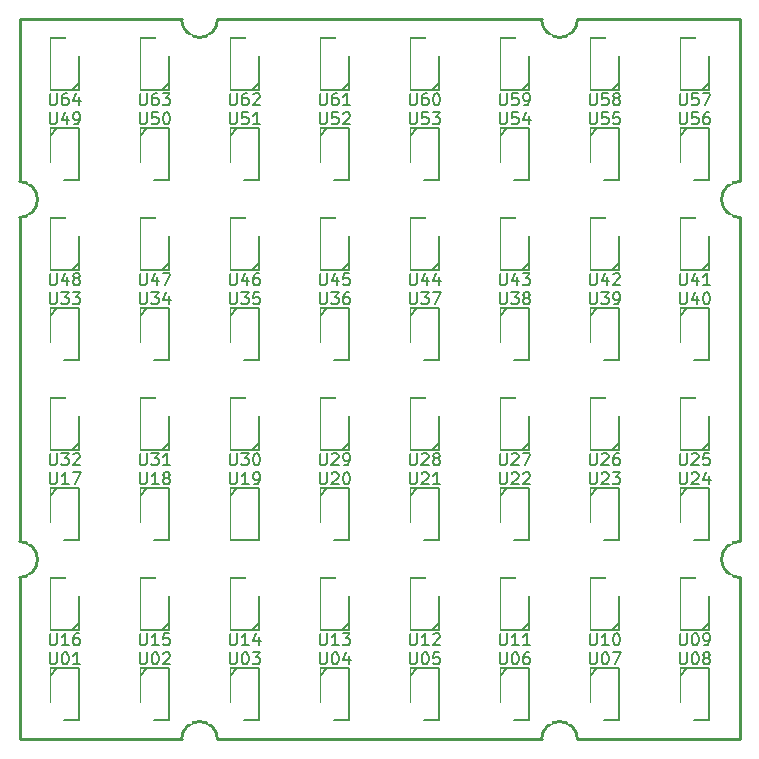
<source format=gto>
G04 #@! TF.FileFunction,Legend,Top*
%FSLAX46Y46*%
G04 Gerber Fmt 4.6, Leading zero omitted, Abs format (unit mm)*
G04 Created by KiCad (PCBNEW 4.0.1-3.201512221401+6198~38~ubuntu15.10.1-stable) date Thu Feb 18 21:59:59 2016*
%MOMM*%
G01*
G04 APERTURE LIST*
%ADD10C,0.152400*%
%ADD11C,0.254000*%
%ADD12C,0.150000*%
%ADD13C,0.203200*%
%ADD14R,1.908000X1.908000*%
%ADD15R,1.908000X1.808000*%
%ADD16C,1.908000*%
G04 APERTURE END LIST*
D10*
D11*
X44196000Y0D02*
X16764000Y0D01*
X60960000Y0D02*
X47244000Y0D01*
X60960000Y13716000D02*
X60960000Y0D01*
X60960000Y44196000D02*
X60960000Y16764000D01*
X60960000Y60960000D02*
X60960000Y47244000D01*
X47244000Y60960000D02*
X60960000Y60960000D01*
X16764000Y60960000D02*
X44196000Y60960000D01*
X0Y60960000D02*
X13716000Y60960000D01*
X0Y47244000D02*
X0Y60960000D01*
X0Y16764000D02*
X0Y44196000D01*
X0Y0D02*
X0Y13716000D01*
X13716000Y0D02*
X0Y0D01*
X60960000Y16764000D02*
G75*
G03X59436000Y15240000I0J-1524000D01*
G01*
X59436000Y15240000D02*
G75*
G03X60960000Y13716000I1524000J0D01*
G01*
X60960000Y47244000D02*
G75*
G03X59436000Y45720000I0J-1524000D01*
G01*
X59436000Y45720000D02*
G75*
G03X60960000Y44196000I1524000J0D01*
G01*
X44196000Y60960000D02*
G75*
G03X45720000Y59436000I1524000J0D01*
G01*
X45720000Y59436000D02*
G75*
G03X47244000Y60960000I0J1524000D01*
G01*
X13716000Y60960000D02*
G75*
G03X15240000Y59436000I1524000J0D01*
G01*
X15240000Y59436000D02*
G75*
G03X16764000Y60960000I0J1524000D01*
G01*
X0Y44196000D02*
G75*
G03X1524000Y45720000I0J1524000D01*
G01*
X1524000Y45720000D02*
G75*
G03X0Y47244000I-1524000J0D01*
G01*
X0Y13716000D02*
G75*
G03X1524000Y15240000I0J1524000D01*
G01*
X1524000Y15240000D02*
G75*
G03X0Y16764000I-1524000J0D01*
G01*
X16764000Y0D02*
G75*
G03X15240000Y1524000I-1524000J0D01*
G01*
X15240000Y1524000D02*
G75*
G03X13716000Y0I0J-1524000D01*
G01*
X45720000Y1524000D02*
G75*
G03X44196000Y0I0J-1524000D01*
G01*
X47244000Y0D02*
G75*
G03X45720000Y1524000I-1524000J0D01*
G01*
D12*
X26070000Y6010000D02*
X25470000Y5410000D01*
X25470000Y1610000D02*
X25470000Y5610000D01*
X27870000Y6010000D02*
X27870000Y1610000D01*
X25470000Y5610000D02*
X25470000Y6010000D01*
X27870000Y1610000D02*
X25470000Y1610000D01*
X27870000Y6010000D02*
X25470000Y6010000D01*
X3210000Y6010000D02*
X2610000Y5410000D01*
X2610000Y1610000D02*
X2610000Y5610000D01*
X5010000Y6010000D02*
X5010000Y1610000D01*
X2610000Y5610000D02*
X2610000Y6010000D01*
X5010000Y1610000D02*
X2610000Y1610000D01*
X5010000Y6010000D02*
X2610000Y6010000D01*
X10830000Y6010000D02*
X10230000Y5410000D01*
X10230000Y1610000D02*
X10230000Y5610000D01*
X12630000Y6010000D02*
X12630000Y1610000D01*
X10230000Y5610000D02*
X10230000Y6010000D01*
X12630000Y1610000D02*
X10230000Y1610000D01*
X12630000Y6010000D02*
X10230000Y6010000D01*
X18450000Y6010000D02*
X17850000Y5410000D01*
X17850000Y1610000D02*
X17850000Y5610000D01*
X20250000Y6010000D02*
X20250000Y1610000D01*
X17850000Y5610000D02*
X17850000Y6010000D01*
X20250000Y1610000D02*
X17850000Y1610000D01*
X20250000Y6010000D02*
X17850000Y6010000D01*
X33690000Y6010000D02*
X33090000Y5410000D01*
X33090000Y1610000D02*
X33090000Y5610000D01*
X35490000Y6010000D02*
X35490000Y1610000D01*
X33090000Y5610000D02*
X33090000Y6010000D01*
X35490000Y1610000D02*
X33090000Y1610000D01*
X35490000Y6010000D02*
X33090000Y6010000D01*
X41310000Y6010000D02*
X40710000Y5410000D01*
X40710000Y1610000D02*
X40710000Y5610000D01*
X43110000Y6010000D02*
X43110000Y1610000D01*
X40710000Y5610000D02*
X40710000Y6010000D01*
X43110000Y1610000D02*
X40710000Y1610000D01*
X43110000Y6010000D02*
X40710000Y6010000D01*
X48930000Y6010000D02*
X48330000Y5410000D01*
X48330000Y1610000D02*
X48330000Y5610000D01*
X50730000Y6010000D02*
X50730000Y1610000D01*
X48330000Y5610000D02*
X48330000Y6010000D01*
X50730000Y1610000D02*
X48330000Y1610000D01*
X50730000Y6010000D02*
X48330000Y6010000D01*
X56550000Y6010000D02*
X55950000Y5410000D01*
X55950000Y1610000D02*
X55950000Y5610000D01*
X58350000Y6010000D02*
X58350000Y1610000D01*
X55950000Y5610000D02*
X55950000Y6010000D01*
X58350000Y1610000D02*
X55950000Y1610000D01*
X58350000Y6010000D02*
X55950000Y6010000D01*
X57750000Y9230000D02*
X58350000Y9830000D01*
X58350000Y13630000D02*
X58350000Y9630000D01*
X55950000Y9230000D02*
X55950000Y13630000D01*
X58350000Y9630000D02*
X58350000Y9230000D01*
X55950000Y13630000D02*
X58350000Y13630000D01*
X55950000Y9230000D02*
X58350000Y9230000D01*
X50130000Y9230000D02*
X50730000Y9830000D01*
X50730000Y13630000D02*
X50730000Y9630000D01*
X48330000Y9230000D02*
X48330000Y13630000D01*
X50730000Y9630000D02*
X50730000Y9230000D01*
X48330000Y13630000D02*
X50730000Y13630000D01*
X48330000Y9230000D02*
X50730000Y9230000D01*
X42510000Y9230000D02*
X43110000Y9830000D01*
X43110000Y13630000D02*
X43110000Y9630000D01*
X40710000Y9230000D02*
X40710000Y13630000D01*
X43110000Y9630000D02*
X43110000Y9230000D01*
X40710000Y13630000D02*
X43110000Y13630000D01*
X40710000Y9230000D02*
X43110000Y9230000D01*
X34890000Y9230000D02*
X35490000Y9830000D01*
X35490000Y13630000D02*
X35490000Y9630000D01*
X33090000Y9230000D02*
X33090000Y13630000D01*
X35490000Y9630000D02*
X35490000Y9230000D01*
X33090000Y13630000D02*
X35490000Y13630000D01*
X33090000Y9230000D02*
X35490000Y9230000D01*
X27270000Y9230000D02*
X27870000Y9830000D01*
X27870000Y13630000D02*
X27870000Y9630000D01*
X25470000Y9230000D02*
X25470000Y13630000D01*
X27870000Y9630000D02*
X27870000Y9230000D01*
X25470000Y13630000D02*
X27870000Y13630000D01*
X25470000Y9230000D02*
X27870000Y9230000D01*
X19650000Y9230000D02*
X20250000Y9830000D01*
X20250000Y13630000D02*
X20250000Y9630000D01*
X17850000Y9230000D02*
X17850000Y13630000D01*
X20250000Y9630000D02*
X20250000Y9230000D01*
X17850000Y13630000D02*
X20250000Y13630000D01*
X17850000Y9230000D02*
X20250000Y9230000D01*
X12030000Y9230000D02*
X12630000Y9830000D01*
X12630000Y13630000D02*
X12630000Y9630000D01*
X10230000Y9230000D02*
X10230000Y13630000D01*
X12630000Y9630000D02*
X12630000Y9230000D01*
X10230000Y13630000D02*
X12630000Y13630000D01*
X10230000Y9230000D02*
X12630000Y9230000D01*
X3210000Y21250000D02*
X2610000Y20650000D01*
X2610000Y16850000D02*
X2610000Y20850000D01*
X5010000Y21250000D02*
X5010000Y16850000D01*
X2610000Y20850000D02*
X2610000Y21250000D01*
X5010000Y16850000D02*
X2610000Y16850000D01*
X5010000Y21250000D02*
X2610000Y21250000D01*
X10830000Y21250000D02*
X10230000Y20650000D01*
X10230000Y16850000D02*
X10230000Y20850000D01*
X12630000Y21250000D02*
X12630000Y16850000D01*
X10230000Y20850000D02*
X10230000Y21250000D01*
X12630000Y16850000D02*
X10230000Y16850000D01*
X12630000Y21250000D02*
X10230000Y21250000D01*
X18450000Y21250000D02*
X17850000Y20650000D01*
X17850000Y16850000D02*
X17850000Y20850000D01*
X20250000Y21250000D02*
X20250000Y16850000D01*
X17850000Y20850000D02*
X17850000Y21250000D01*
X20250000Y16850000D02*
X17850000Y16850000D01*
X20250000Y21250000D02*
X17850000Y21250000D01*
X26070000Y21250000D02*
X25470000Y20650000D01*
X25470000Y16850000D02*
X25470000Y20850000D01*
X27870000Y21250000D02*
X27870000Y16850000D01*
X25470000Y20850000D02*
X25470000Y21250000D01*
X27870000Y16850000D02*
X25470000Y16850000D01*
X27870000Y21250000D02*
X25470000Y21250000D01*
X33690000Y21250000D02*
X33090000Y20650000D01*
X33090000Y16850000D02*
X33090000Y20850000D01*
X35490000Y21250000D02*
X35490000Y16850000D01*
X33090000Y20850000D02*
X33090000Y21250000D01*
X35490000Y16850000D02*
X33090000Y16850000D01*
X35490000Y21250000D02*
X33090000Y21250000D01*
X41310000Y21250000D02*
X40710000Y20650000D01*
X40710000Y16850000D02*
X40710000Y20850000D01*
X43110000Y21250000D02*
X43110000Y16850000D01*
X40710000Y20850000D02*
X40710000Y21250000D01*
X43110000Y16850000D02*
X40710000Y16850000D01*
X43110000Y21250000D02*
X40710000Y21250000D01*
X48930000Y21250000D02*
X48330000Y20650000D01*
X48330000Y16850000D02*
X48330000Y20850000D01*
X50730000Y21250000D02*
X50730000Y16850000D01*
X48330000Y20850000D02*
X48330000Y21250000D01*
X50730000Y16850000D02*
X48330000Y16850000D01*
X50730000Y21250000D02*
X48330000Y21250000D01*
X56550000Y21250000D02*
X55950000Y20650000D01*
X55950000Y16850000D02*
X55950000Y20850000D01*
X58350000Y21250000D02*
X58350000Y16850000D01*
X55950000Y20850000D02*
X55950000Y21250000D01*
X58350000Y16850000D02*
X55950000Y16850000D01*
X58350000Y21250000D02*
X55950000Y21250000D01*
X57750000Y24470000D02*
X58350000Y25070000D01*
X58350000Y28870000D02*
X58350000Y24870000D01*
X55950000Y24470000D02*
X55950000Y28870000D01*
X58350000Y24870000D02*
X58350000Y24470000D01*
X55950000Y28870000D02*
X58350000Y28870000D01*
X55950000Y24470000D02*
X58350000Y24470000D01*
X50130000Y24470000D02*
X50730000Y25070000D01*
X50730000Y28870000D02*
X50730000Y24870000D01*
X48330000Y24470000D02*
X48330000Y28870000D01*
X50730000Y24870000D02*
X50730000Y24470000D01*
X48330000Y28870000D02*
X50730000Y28870000D01*
X48330000Y24470000D02*
X50730000Y24470000D01*
X42510000Y24470000D02*
X43110000Y25070000D01*
X43110000Y28870000D02*
X43110000Y24870000D01*
X40710000Y24470000D02*
X40710000Y28870000D01*
X43110000Y24870000D02*
X43110000Y24470000D01*
X40710000Y28870000D02*
X43110000Y28870000D01*
X40710000Y24470000D02*
X43110000Y24470000D01*
X34890000Y24470000D02*
X35490000Y25070000D01*
X35490000Y28870000D02*
X35490000Y24870000D01*
X33090000Y24470000D02*
X33090000Y28870000D01*
X35490000Y24870000D02*
X35490000Y24470000D01*
X33090000Y28870000D02*
X35490000Y28870000D01*
X33090000Y24470000D02*
X35490000Y24470000D01*
X27270000Y24470000D02*
X27870000Y25070000D01*
X27870000Y28870000D02*
X27870000Y24870000D01*
X25470000Y24470000D02*
X25470000Y28870000D01*
X27870000Y24870000D02*
X27870000Y24470000D01*
X25470000Y28870000D02*
X27870000Y28870000D01*
X25470000Y24470000D02*
X27870000Y24470000D01*
X19650000Y24470000D02*
X20250000Y25070000D01*
X20250000Y28870000D02*
X20250000Y24870000D01*
X17850000Y24470000D02*
X17850000Y28870000D01*
X20250000Y24870000D02*
X20250000Y24470000D01*
X17850000Y28870000D02*
X20250000Y28870000D01*
X17850000Y24470000D02*
X20250000Y24470000D01*
X12030000Y24470000D02*
X12630000Y25070000D01*
X12630000Y28870000D02*
X12630000Y24870000D01*
X10230000Y24470000D02*
X10230000Y28870000D01*
X12630000Y24870000D02*
X12630000Y24470000D01*
X10230000Y28870000D02*
X12630000Y28870000D01*
X10230000Y24470000D02*
X12630000Y24470000D01*
X4410000Y24470000D02*
X5010000Y25070000D01*
X5010000Y28870000D02*
X5010000Y24870000D01*
X2610000Y24470000D02*
X2610000Y28870000D01*
X5010000Y24870000D02*
X5010000Y24470000D01*
X2610000Y28870000D02*
X5010000Y28870000D01*
X2610000Y24470000D02*
X5010000Y24470000D01*
X3210000Y36490000D02*
X2610000Y35890000D01*
X2610000Y32090000D02*
X2610000Y36090000D01*
X5010000Y36490000D02*
X5010000Y32090000D01*
X2610000Y36090000D02*
X2610000Y36490000D01*
X5010000Y32090000D02*
X2610000Y32090000D01*
X5010000Y36490000D02*
X2610000Y36490000D01*
X10830000Y36490000D02*
X10230000Y35890000D01*
X10230000Y32090000D02*
X10230000Y36090000D01*
X12630000Y36490000D02*
X12630000Y32090000D01*
X10230000Y36090000D02*
X10230000Y36490000D01*
X12630000Y32090000D02*
X10230000Y32090000D01*
X12630000Y36490000D02*
X10230000Y36490000D01*
X18450000Y36490000D02*
X17850000Y35890000D01*
X17850000Y32090000D02*
X17850000Y36090000D01*
X20250000Y36490000D02*
X20250000Y32090000D01*
X17850000Y36090000D02*
X17850000Y36490000D01*
X20250000Y32090000D02*
X17850000Y32090000D01*
X20250000Y36490000D02*
X17850000Y36490000D01*
X26070000Y36490000D02*
X25470000Y35890000D01*
X25470000Y32090000D02*
X25470000Y36090000D01*
X27870000Y36490000D02*
X27870000Y32090000D01*
X25470000Y36090000D02*
X25470000Y36490000D01*
X27870000Y32090000D02*
X25470000Y32090000D01*
X27870000Y36490000D02*
X25470000Y36490000D01*
X33690000Y36490000D02*
X33090000Y35890000D01*
X33090000Y32090000D02*
X33090000Y36090000D01*
X35490000Y36490000D02*
X35490000Y32090000D01*
X33090000Y36090000D02*
X33090000Y36490000D01*
X35490000Y32090000D02*
X33090000Y32090000D01*
X35490000Y36490000D02*
X33090000Y36490000D01*
X41310000Y36490000D02*
X40710000Y35890000D01*
X40710000Y32090000D02*
X40710000Y36090000D01*
X43110000Y36490000D02*
X43110000Y32090000D01*
X40710000Y36090000D02*
X40710000Y36490000D01*
X43110000Y32090000D02*
X40710000Y32090000D01*
X43110000Y36490000D02*
X40710000Y36490000D01*
X48930000Y36490000D02*
X48330000Y35890000D01*
X48330000Y32090000D02*
X48330000Y36090000D01*
X50730000Y36490000D02*
X50730000Y32090000D01*
X48330000Y36090000D02*
X48330000Y36490000D01*
X50730000Y32090000D02*
X48330000Y32090000D01*
X50730000Y36490000D02*
X48330000Y36490000D01*
X56550000Y36490000D02*
X55950000Y35890000D01*
X55950000Y32090000D02*
X55950000Y36090000D01*
X58350000Y36490000D02*
X58350000Y32090000D01*
X55950000Y36090000D02*
X55950000Y36490000D01*
X58350000Y32090000D02*
X55950000Y32090000D01*
X58350000Y36490000D02*
X55950000Y36490000D01*
X57750000Y39710000D02*
X58350000Y40310000D01*
X58350000Y44110000D02*
X58350000Y40110000D01*
X55950000Y39710000D02*
X55950000Y44110000D01*
X58350000Y40110000D02*
X58350000Y39710000D01*
X55950000Y44110000D02*
X58350000Y44110000D01*
X55950000Y39710000D02*
X58350000Y39710000D01*
X50130000Y39710000D02*
X50730000Y40310000D01*
X50730000Y44110000D02*
X50730000Y40110000D01*
X48330000Y39710000D02*
X48330000Y44110000D01*
X50730000Y40110000D02*
X50730000Y39710000D01*
X48330000Y44110000D02*
X50730000Y44110000D01*
X48330000Y39710000D02*
X50730000Y39710000D01*
X42510000Y39710000D02*
X43110000Y40310000D01*
X43110000Y44110000D02*
X43110000Y40110000D01*
X40710000Y39710000D02*
X40710000Y44110000D01*
X43110000Y40110000D02*
X43110000Y39710000D01*
X40710000Y44110000D02*
X43110000Y44110000D01*
X40710000Y39710000D02*
X43110000Y39710000D01*
X34890000Y39710000D02*
X35490000Y40310000D01*
X35490000Y44110000D02*
X35490000Y40110000D01*
X33090000Y39710000D02*
X33090000Y44110000D01*
X35490000Y40110000D02*
X35490000Y39710000D01*
X33090000Y44110000D02*
X35490000Y44110000D01*
X33090000Y39710000D02*
X35490000Y39710000D01*
X27270000Y39710000D02*
X27870000Y40310000D01*
X27870000Y44110000D02*
X27870000Y40110000D01*
X25470000Y39710000D02*
X25470000Y44110000D01*
X27870000Y40110000D02*
X27870000Y39710000D01*
X25470000Y44110000D02*
X27870000Y44110000D01*
X25470000Y39710000D02*
X27870000Y39710000D01*
X19650000Y39710000D02*
X20250000Y40310000D01*
X20250000Y44110000D02*
X20250000Y40110000D01*
X17850000Y39710000D02*
X17850000Y44110000D01*
X20250000Y40110000D02*
X20250000Y39710000D01*
X17850000Y44110000D02*
X20250000Y44110000D01*
X17850000Y39710000D02*
X20250000Y39710000D01*
X12030000Y39710000D02*
X12630000Y40310000D01*
X12630000Y44110000D02*
X12630000Y40110000D01*
X10230000Y39710000D02*
X10230000Y44110000D01*
X12630000Y40110000D02*
X12630000Y39710000D01*
X10230000Y44110000D02*
X12630000Y44110000D01*
X10230000Y39710000D02*
X12630000Y39710000D01*
X4410000Y39710000D02*
X5010000Y40310000D01*
X5010000Y44110000D02*
X5010000Y40110000D01*
X2610000Y39710000D02*
X2610000Y44110000D01*
X5010000Y40110000D02*
X5010000Y39710000D01*
X2610000Y44110000D02*
X5010000Y44110000D01*
X2610000Y39710000D02*
X5010000Y39710000D01*
X3210000Y51730000D02*
X2610000Y51130000D01*
X2610000Y47330000D02*
X2610000Y51330000D01*
X5010000Y51730000D02*
X5010000Y47330000D01*
X2610000Y51330000D02*
X2610000Y51730000D01*
X5010000Y47330000D02*
X2610000Y47330000D01*
X5010000Y51730000D02*
X2610000Y51730000D01*
X10830000Y51730000D02*
X10230000Y51130000D01*
X10230000Y47330000D02*
X10230000Y51330000D01*
X12630000Y51730000D02*
X12630000Y47330000D01*
X10230000Y51330000D02*
X10230000Y51730000D01*
X12630000Y47330000D02*
X10230000Y47330000D01*
X12630000Y51730000D02*
X10230000Y51730000D01*
X18450000Y51730000D02*
X17850000Y51130000D01*
X17850000Y47330000D02*
X17850000Y51330000D01*
X20250000Y51730000D02*
X20250000Y47330000D01*
X17850000Y51330000D02*
X17850000Y51730000D01*
X20250000Y47330000D02*
X17850000Y47330000D01*
X20250000Y51730000D02*
X17850000Y51730000D01*
X26070000Y51730000D02*
X25470000Y51130000D01*
X25470000Y47330000D02*
X25470000Y51330000D01*
X27870000Y51730000D02*
X27870000Y47330000D01*
X25470000Y51330000D02*
X25470000Y51730000D01*
X27870000Y47330000D02*
X25470000Y47330000D01*
X27870000Y51730000D02*
X25470000Y51730000D01*
X33690000Y51730000D02*
X33090000Y51130000D01*
X33090000Y47330000D02*
X33090000Y51330000D01*
X35490000Y51730000D02*
X35490000Y47330000D01*
X33090000Y51330000D02*
X33090000Y51730000D01*
X35490000Y47330000D02*
X33090000Y47330000D01*
X35490000Y51730000D02*
X33090000Y51730000D01*
X41310000Y51730000D02*
X40710000Y51130000D01*
X40710000Y47330000D02*
X40710000Y51330000D01*
X43110000Y51730000D02*
X43110000Y47330000D01*
X40710000Y51330000D02*
X40710000Y51730000D01*
X43110000Y47330000D02*
X40710000Y47330000D01*
X43110000Y51730000D02*
X40710000Y51730000D01*
X48930000Y51730000D02*
X48330000Y51130000D01*
X48330000Y47330000D02*
X48330000Y51330000D01*
X50730000Y51730000D02*
X50730000Y47330000D01*
X48330000Y51330000D02*
X48330000Y51730000D01*
X50730000Y47330000D02*
X48330000Y47330000D01*
X50730000Y51730000D02*
X48330000Y51730000D01*
X56550000Y51730000D02*
X55950000Y51130000D01*
X55950000Y47330000D02*
X55950000Y51330000D01*
X58350000Y51730000D02*
X58350000Y47330000D01*
X55950000Y51330000D02*
X55950000Y51730000D01*
X58350000Y47330000D02*
X55950000Y47330000D01*
X58350000Y51730000D02*
X55950000Y51730000D01*
X57750000Y54950000D02*
X58350000Y55550000D01*
X58350000Y59350000D02*
X58350000Y55350000D01*
X55950000Y54950000D02*
X55950000Y59350000D01*
X58350000Y55350000D02*
X58350000Y54950000D01*
X55950000Y59350000D02*
X58350000Y59350000D01*
X55950000Y54950000D02*
X58350000Y54950000D01*
X50130000Y54950000D02*
X50730000Y55550000D01*
X50730000Y59350000D02*
X50730000Y55350000D01*
X48330000Y54950000D02*
X48330000Y59350000D01*
X50730000Y55350000D02*
X50730000Y54950000D01*
X48330000Y59350000D02*
X50730000Y59350000D01*
X48330000Y54950000D02*
X50730000Y54950000D01*
X42510000Y54950000D02*
X43110000Y55550000D01*
X43110000Y59350000D02*
X43110000Y55350000D01*
X40710000Y54950000D02*
X40710000Y59350000D01*
X43110000Y55350000D02*
X43110000Y54950000D01*
X40710000Y59350000D02*
X43110000Y59350000D01*
X40710000Y54950000D02*
X43110000Y54950000D01*
X34890000Y54950000D02*
X35490000Y55550000D01*
X35490000Y59350000D02*
X35490000Y55350000D01*
X33090000Y54950000D02*
X33090000Y59350000D01*
X35490000Y55350000D02*
X35490000Y54950000D01*
X33090000Y59350000D02*
X35490000Y59350000D01*
X33090000Y54950000D02*
X35490000Y54950000D01*
X27270000Y54950000D02*
X27870000Y55550000D01*
X27870000Y59350000D02*
X27870000Y55350000D01*
X25470000Y54950000D02*
X25470000Y59350000D01*
X27870000Y55350000D02*
X27870000Y54950000D01*
X25470000Y59350000D02*
X27870000Y59350000D01*
X25470000Y54950000D02*
X27870000Y54950000D01*
X19650000Y54950000D02*
X20250000Y55550000D01*
X20250000Y59350000D02*
X20250000Y55350000D01*
X17850000Y54950000D02*
X17850000Y59350000D01*
X20250000Y55350000D02*
X20250000Y54950000D01*
X17850000Y59350000D02*
X20250000Y59350000D01*
X17850000Y54950000D02*
X20250000Y54950000D01*
X12030000Y54950000D02*
X12630000Y55550000D01*
X12630000Y59350000D02*
X12630000Y55350000D01*
X10230000Y54950000D02*
X10230000Y59350000D01*
X12630000Y55350000D02*
X12630000Y54950000D01*
X10230000Y59350000D02*
X12630000Y59350000D01*
X10230000Y54950000D02*
X12630000Y54950000D01*
X4410000Y54950000D02*
X5010000Y55550000D01*
X5010000Y59350000D02*
X5010000Y55350000D01*
X2610000Y54950000D02*
X2610000Y59350000D01*
X5010000Y55350000D02*
X5010000Y54950000D01*
X2610000Y59350000D02*
X5010000Y59350000D01*
X2610000Y54950000D02*
X5010000Y54950000D01*
X4410000Y9230000D02*
X5010000Y9830000D01*
X5010000Y13630000D02*
X5010000Y9630000D01*
X2610000Y9230000D02*
X2610000Y13630000D01*
X5010000Y9630000D02*
X5010000Y9230000D01*
X2610000Y13630000D02*
X5010000Y13630000D01*
X2610000Y9230000D02*
X5010000Y9230000D01*
D13*
X25412096Y7366381D02*
X25412096Y6543905D01*
X25460477Y6447143D01*
X25508858Y6398762D01*
X25605620Y6350381D01*
X25799143Y6350381D01*
X25895905Y6398762D01*
X25944286Y6447143D01*
X25992667Y6543905D01*
X25992667Y7366381D01*
X26670001Y7366381D02*
X26766762Y7366381D01*
X26863524Y7318000D01*
X26911905Y7269619D01*
X26960286Y7172857D01*
X27008667Y6979333D01*
X27008667Y6737429D01*
X26960286Y6543905D01*
X26911905Y6447143D01*
X26863524Y6398762D01*
X26766762Y6350381D01*
X26670001Y6350381D01*
X26573239Y6398762D01*
X26524858Y6447143D01*
X26476477Y6543905D01*
X26428096Y6737429D01*
X26428096Y6979333D01*
X26476477Y7172857D01*
X26524858Y7269619D01*
X26573239Y7318000D01*
X26670001Y7366381D01*
X27879524Y7027714D02*
X27879524Y6350381D01*
X27637620Y7414762D02*
X27395715Y6689048D01*
X28024667Y6689048D01*
X2552096Y7366381D02*
X2552096Y6543905D01*
X2600477Y6447143D01*
X2648858Y6398762D01*
X2745620Y6350381D01*
X2939143Y6350381D01*
X3035905Y6398762D01*
X3084286Y6447143D01*
X3132667Y6543905D01*
X3132667Y7366381D01*
X3810001Y7366381D02*
X3906762Y7366381D01*
X4003524Y7318000D01*
X4051905Y7269619D01*
X4100286Y7172857D01*
X4148667Y6979333D01*
X4148667Y6737429D01*
X4100286Y6543905D01*
X4051905Y6447143D01*
X4003524Y6398762D01*
X3906762Y6350381D01*
X3810001Y6350381D01*
X3713239Y6398762D01*
X3664858Y6447143D01*
X3616477Y6543905D01*
X3568096Y6737429D01*
X3568096Y6979333D01*
X3616477Y7172857D01*
X3664858Y7269619D01*
X3713239Y7318000D01*
X3810001Y7366381D01*
X5116286Y6350381D02*
X4535715Y6350381D01*
X4826001Y6350381D02*
X4826001Y7366381D01*
X4729239Y7221238D01*
X4632477Y7124476D01*
X4535715Y7076095D01*
X10172096Y7366381D02*
X10172096Y6543905D01*
X10220477Y6447143D01*
X10268858Y6398762D01*
X10365620Y6350381D01*
X10559143Y6350381D01*
X10655905Y6398762D01*
X10704286Y6447143D01*
X10752667Y6543905D01*
X10752667Y7366381D01*
X11430001Y7366381D02*
X11526762Y7366381D01*
X11623524Y7318000D01*
X11671905Y7269619D01*
X11720286Y7172857D01*
X11768667Y6979333D01*
X11768667Y6737429D01*
X11720286Y6543905D01*
X11671905Y6447143D01*
X11623524Y6398762D01*
X11526762Y6350381D01*
X11430001Y6350381D01*
X11333239Y6398762D01*
X11284858Y6447143D01*
X11236477Y6543905D01*
X11188096Y6737429D01*
X11188096Y6979333D01*
X11236477Y7172857D01*
X11284858Y7269619D01*
X11333239Y7318000D01*
X11430001Y7366381D01*
X12155715Y7269619D02*
X12204096Y7318000D01*
X12300858Y7366381D01*
X12542762Y7366381D01*
X12639524Y7318000D01*
X12687905Y7269619D01*
X12736286Y7172857D01*
X12736286Y7076095D01*
X12687905Y6930952D01*
X12107334Y6350381D01*
X12736286Y6350381D01*
X17792096Y7366381D02*
X17792096Y6543905D01*
X17840477Y6447143D01*
X17888858Y6398762D01*
X17985620Y6350381D01*
X18179143Y6350381D01*
X18275905Y6398762D01*
X18324286Y6447143D01*
X18372667Y6543905D01*
X18372667Y7366381D01*
X19050001Y7366381D02*
X19146762Y7366381D01*
X19243524Y7318000D01*
X19291905Y7269619D01*
X19340286Y7172857D01*
X19388667Y6979333D01*
X19388667Y6737429D01*
X19340286Y6543905D01*
X19291905Y6447143D01*
X19243524Y6398762D01*
X19146762Y6350381D01*
X19050001Y6350381D01*
X18953239Y6398762D01*
X18904858Y6447143D01*
X18856477Y6543905D01*
X18808096Y6737429D01*
X18808096Y6979333D01*
X18856477Y7172857D01*
X18904858Y7269619D01*
X18953239Y7318000D01*
X19050001Y7366381D01*
X19727334Y7366381D02*
X20356286Y7366381D01*
X20017620Y6979333D01*
X20162762Y6979333D01*
X20259524Y6930952D01*
X20307905Y6882571D01*
X20356286Y6785810D01*
X20356286Y6543905D01*
X20307905Y6447143D01*
X20259524Y6398762D01*
X20162762Y6350381D01*
X19872477Y6350381D01*
X19775715Y6398762D01*
X19727334Y6447143D01*
X33032096Y7366381D02*
X33032096Y6543905D01*
X33080477Y6447143D01*
X33128858Y6398762D01*
X33225620Y6350381D01*
X33419143Y6350381D01*
X33515905Y6398762D01*
X33564286Y6447143D01*
X33612667Y6543905D01*
X33612667Y7366381D01*
X34290001Y7366381D02*
X34386762Y7366381D01*
X34483524Y7318000D01*
X34531905Y7269619D01*
X34580286Y7172857D01*
X34628667Y6979333D01*
X34628667Y6737429D01*
X34580286Y6543905D01*
X34531905Y6447143D01*
X34483524Y6398762D01*
X34386762Y6350381D01*
X34290001Y6350381D01*
X34193239Y6398762D01*
X34144858Y6447143D01*
X34096477Y6543905D01*
X34048096Y6737429D01*
X34048096Y6979333D01*
X34096477Y7172857D01*
X34144858Y7269619D01*
X34193239Y7318000D01*
X34290001Y7366381D01*
X35547905Y7366381D02*
X35064096Y7366381D01*
X35015715Y6882571D01*
X35064096Y6930952D01*
X35160858Y6979333D01*
X35402762Y6979333D01*
X35499524Y6930952D01*
X35547905Y6882571D01*
X35596286Y6785810D01*
X35596286Y6543905D01*
X35547905Y6447143D01*
X35499524Y6398762D01*
X35402762Y6350381D01*
X35160858Y6350381D01*
X35064096Y6398762D01*
X35015715Y6447143D01*
X40652096Y7366381D02*
X40652096Y6543905D01*
X40700477Y6447143D01*
X40748858Y6398762D01*
X40845620Y6350381D01*
X41039143Y6350381D01*
X41135905Y6398762D01*
X41184286Y6447143D01*
X41232667Y6543905D01*
X41232667Y7366381D01*
X41910001Y7366381D02*
X42006762Y7366381D01*
X42103524Y7318000D01*
X42151905Y7269619D01*
X42200286Y7172857D01*
X42248667Y6979333D01*
X42248667Y6737429D01*
X42200286Y6543905D01*
X42151905Y6447143D01*
X42103524Y6398762D01*
X42006762Y6350381D01*
X41910001Y6350381D01*
X41813239Y6398762D01*
X41764858Y6447143D01*
X41716477Y6543905D01*
X41668096Y6737429D01*
X41668096Y6979333D01*
X41716477Y7172857D01*
X41764858Y7269619D01*
X41813239Y7318000D01*
X41910001Y7366381D01*
X43119524Y7366381D02*
X42926001Y7366381D01*
X42829239Y7318000D01*
X42780858Y7269619D01*
X42684096Y7124476D01*
X42635715Y6930952D01*
X42635715Y6543905D01*
X42684096Y6447143D01*
X42732477Y6398762D01*
X42829239Y6350381D01*
X43022762Y6350381D01*
X43119524Y6398762D01*
X43167905Y6447143D01*
X43216286Y6543905D01*
X43216286Y6785810D01*
X43167905Y6882571D01*
X43119524Y6930952D01*
X43022762Y6979333D01*
X42829239Y6979333D01*
X42732477Y6930952D01*
X42684096Y6882571D01*
X42635715Y6785810D01*
X48272096Y7366381D02*
X48272096Y6543905D01*
X48320477Y6447143D01*
X48368858Y6398762D01*
X48465620Y6350381D01*
X48659143Y6350381D01*
X48755905Y6398762D01*
X48804286Y6447143D01*
X48852667Y6543905D01*
X48852667Y7366381D01*
X49530001Y7366381D02*
X49626762Y7366381D01*
X49723524Y7318000D01*
X49771905Y7269619D01*
X49820286Y7172857D01*
X49868667Y6979333D01*
X49868667Y6737429D01*
X49820286Y6543905D01*
X49771905Y6447143D01*
X49723524Y6398762D01*
X49626762Y6350381D01*
X49530001Y6350381D01*
X49433239Y6398762D01*
X49384858Y6447143D01*
X49336477Y6543905D01*
X49288096Y6737429D01*
X49288096Y6979333D01*
X49336477Y7172857D01*
X49384858Y7269619D01*
X49433239Y7318000D01*
X49530001Y7366381D01*
X50207334Y7366381D02*
X50884667Y7366381D01*
X50449239Y6350381D01*
X55892096Y7366381D02*
X55892096Y6543905D01*
X55940477Y6447143D01*
X55988858Y6398762D01*
X56085620Y6350381D01*
X56279143Y6350381D01*
X56375905Y6398762D01*
X56424286Y6447143D01*
X56472667Y6543905D01*
X56472667Y7366381D01*
X57150001Y7366381D02*
X57246762Y7366381D01*
X57343524Y7318000D01*
X57391905Y7269619D01*
X57440286Y7172857D01*
X57488667Y6979333D01*
X57488667Y6737429D01*
X57440286Y6543905D01*
X57391905Y6447143D01*
X57343524Y6398762D01*
X57246762Y6350381D01*
X57150001Y6350381D01*
X57053239Y6398762D01*
X57004858Y6447143D01*
X56956477Y6543905D01*
X56908096Y6737429D01*
X56908096Y6979333D01*
X56956477Y7172857D01*
X57004858Y7269619D01*
X57053239Y7318000D01*
X57150001Y7366381D01*
X58069239Y6930952D02*
X57972477Y6979333D01*
X57924096Y7027714D01*
X57875715Y7124476D01*
X57875715Y7172857D01*
X57924096Y7269619D01*
X57972477Y7318000D01*
X58069239Y7366381D01*
X58262762Y7366381D01*
X58359524Y7318000D01*
X58407905Y7269619D01*
X58456286Y7172857D01*
X58456286Y7124476D01*
X58407905Y7027714D01*
X58359524Y6979333D01*
X58262762Y6930952D01*
X58069239Y6930952D01*
X57972477Y6882571D01*
X57924096Y6834190D01*
X57875715Y6737429D01*
X57875715Y6543905D01*
X57924096Y6447143D01*
X57972477Y6398762D01*
X58069239Y6350381D01*
X58262762Y6350381D01*
X58359524Y6398762D01*
X58407905Y6447143D01*
X58456286Y6543905D01*
X58456286Y6737429D01*
X58407905Y6834190D01*
X58359524Y6882571D01*
X58262762Y6930952D01*
X55892096Y8986381D02*
X55892096Y8163905D01*
X55940477Y8067143D01*
X55988858Y8018762D01*
X56085620Y7970381D01*
X56279143Y7970381D01*
X56375905Y8018762D01*
X56424286Y8067143D01*
X56472667Y8163905D01*
X56472667Y8986381D01*
X57150001Y8986381D02*
X57246762Y8986381D01*
X57343524Y8938000D01*
X57391905Y8889619D01*
X57440286Y8792857D01*
X57488667Y8599333D01*
X57488667Y8357429D01*
X57440286Y8163905D01*
X57391905Y8067143D01*
X57343524Y8018762D01*
X57246762Y7970381D01*
X57150001Y7970381D01*
X57053239Y8018762D01*
X57004858Y8067143D01*
X56956477Y8163905D01*
X56908096Y8357429D01*
X56908096Y8599333D01*
X56956477Y8792857D01*
X57004858Y8889619D01*
X57053239Y8938000D01*
X57150001Y8986381D01*
X57972477Y7970381D02*
X58166001Y7970381D01*
X58262762Y8018762D01*
X58311143Y8067143D01*
X58407905Y8212286D01*
X58456286Y8405810D01*
X58456286Y8792857D01*
X58407905Y8889619D01*
X58359524Y8938000D01*
X58262762Y8986381D01*
X58069239Y8986381D01*
X57972477Y8938000D01*
X57924096Y8889619D01*
X57875715Y8792857D01*
X57875715Y8550952D01*
X57924096Y8454190D01*
X57972477Y8405810D01*
X58069239Y8357429D01*
X58262762Y8357429D01*
X58359524Y8405810D01*
X58407905Y8454190D01*
X58456286Y8550952D01*
X48272096Y8986381D02*
X48272096Y8163905D01*
X48320477Y8067143D01*
X48368858Y8018762D01*
X48465620Y7970381D01*
X48659143Y7970381D01*
X48755905Y8018762D01*
X48804286Y8067143D01*
X48852667Y8163905D01*
X48852667Y8986381D01*
X49868667Y7970381D02*
X49288096Y7970381D01*
X49578382Y7970381D02*
X49578382Y8986381D01*
X49481620Y8841238D01*
X49384858Y8744476D01*
X49288096Y8696095D01*
X50497620Y8986381D02*
X50594381Y8986381D01*
X50691143Y8938000D01*
X50739524Y8889619D01*
X50787905Y8792857D01*
X50836286Y8599333D01*
X50836286Y8357429D01*
X50787905Y8163905D01*
X50739524Y8067143D01*
X50691143Y8018762D01*
X50594381Y7970381D01*
X50497620Y7970381D01*
X50400858Y8018762D01*
X50352477Y8067143D01*
X50304096Y8163905D01*
X50255715Y8357429D01*
X50255715Y8599333D01*
X50304096Y8792857D01*
X50352477Y8889619D01*
X50400858Y8938000D01*
X50497620Y8986381D01*
X40652096Y8986381D02*
X40652096Y8163905D01*
X40700477Y8067143D01*
X40748858Y8018762D01*
X40845620Y7970381D01*
X41039143Y7970381D01*
X41135905Y8018762D01*
X41184286Y8067143D01*
X41232667Y8163905D01*
X41232667Y8986381D01*
X42248667Y7970381D02*
X41668096Y7970381D01*
X41958382Y7970381D02*
X41958382Y8986381D01*
X41861620Y8841238D01*
X41764858Y8744476D01*
X41668096Y8696095D01*
X43216286Y7970381D02*
X42635715Y7970381D01*
X42926001Y7970381D02*
X42926001Y8986381D01*
X42829239Y8841238D01*
X42732477Y8744476D01*
X42635715Y8696095D01*
X33032096Y8986381D02*
X33032096Y8163905D01*
X33080477Y8067143D01*
X33128858Y8018762D01*
X33225620Y7970381D01*
X33419143Y7970381D01*
X33515905Y8018762D01*
X33564286Y8067143D01*
X33612667Y8163905D01*
X33612667Y8986381D01*
X34628667Y7970381D02*
X34048096Y7970381D01*
X34338382Y7970381D02*
X34338382Y8986381D01*
X34241620Y8841238D01*
X34144858Y8744476D01*
X34048096Y8696095D01*
X35015715Y8889619D02*
X35064096Y8938000D01*
X35160858Y8986381D01*
X35402762Y8986381D01*
X35499524Y8938000D01*
X35547905Y8889619D01*
X35596286Y8792857D01*
X35596286Y8696095D01*
X35547905Y8550952D01*
X34967334Y7970381D01*
X35596286Y7970381D01*
X25412096Y8986381D02*
X25412096Y8163905D01*
X25460477Y8067143D01*
X25508858Y8018762D01*
X25605620Y7970381D01*
X25799143Y7970381D01*
X25895905Y8018762D01*
X25944286Y8067143D01*
X25992667Y8163905D01*
X25992667Y8986381D01*
X27008667Y7970381D02*
X26428096Y7970381D01*
X26718382Y7970381D02*
X26718382Y8986381D01*
X26621620Y8841238D01*
X26524858Y8744476D01*
X26428096Y8696095D01*
X27347334Y8986381D02*
X27976286Y8986381D01*
X27637620Y8599333D01*
X27782762Y8599333D01*
X27879524Y8550952D01*
X27927905Y8502571D01*
X27976286Y8405810D01*
X27976286Y8163905D01*
X27927905Y8067143D01*
X27879524Y8018762D01*
X27782762Y7970381D01*
X27492477Y7970381D01*
X27395715Y8018762D01*
X27347334Y8067143D01*
X17792096Y8986381D02*
X17792096Y8163905D01*
X17840477Y8067143D01*
X17888858Y8018762D01*
X17985620Y7970381D01*
X18179143Y7970381D01*
X18275905Y8018762D01*
X18324286Y8067143D01*
X18372667Y8163905D01*
X18372667Y8986381D01*
X19388667Y7970381D02*
X18808096Y7970381D01*
X19098382Y7970381D02*
X19098382Y8986381D01*
X19001620Y8841238D01*
X18904858Y8744476D01*
X18808096Y8696095D01*
X20259524Y8647714D02*
X20259524Y7970381D01*
X20017620Y9034762D02*
X19775715Y8309048D01*
X20404667Y8309048D01*
X10172096Y8986381D02*
X10172096Y8163905D01*
X10220477Y8067143D01*
X10268858Y8018762D01*
X10365620Y7970381D01*
X10559143Y7970381D01*
X10655905Y8018762D01*
X10704286Y8067143D01*
X10752667Y8163905D01*
X10752667Y8986381D01*
X11768667Y7970381D02*
X11188096Y7970381D01*
X11478382Y7970381D02*
X11478382Y8986381D01*
X11381620Y8841238D01*
X11284858Y8744476D01*
X11188096Y8696095D01*
X12687905Y8986381D02*
X12204096Y8986381D01*
X12155715Y8502571D01*
X12204096Y8550952D01*
X12300858Y8599333D01*
X12542762Y8599333D01*
X12639524Y8550952D01*
X12687905Y8502571D01*
X12736286Y8405810D01*
X12736286Y8163905D01*
X12687905Y8067143D01*
X12639524Y8018762D01*
X12542762Y7970381D01*
X12300858Y7970381D01*
X12204096Y8018762D01*
X12155715Y8067143D01*
X2552096Y22606381D02*
X2552096Y21783905D01*
X2600477Y21687143D01*
X2648858Y21638762D01*
X2745620Y21590381D01*
X2939143Y21590381D01*
X3035905Y21638762D01*
X3084286Y21687143D01*
X3132667Y21783905D01*
X3132667Y22606381D01*
X4148667Y21590381D02*
X3568096Y21590381D01*
X3858382Y21590381D02*
X3858382Y22606381D01*
X3761620Y22461238D01*
X3664858Y22364476D01*
X3568096Y22316095D01*
X4487334Y22606381D02*
X5164667Y22606381D01*
X4729239Y21590381D01*
X10172096Y22606381D02*
X10172096Y21783905D01*
X10220477Y21687143D01*
X10268858Y21638762D01*
X10365620Y21590381D01*
X10559143Y21590381D01*
X10655905Y21638762D01*
X10704286Y21687143D01*
X10752667Y21783905D01*
X10752667Y22606381D01*
X11768667Y21590381D02*
X11188096Y21590381D01*
X11478382Y21590381D02*
X11478382Y22606381D01*
X11381620Y22461238D01*
X11284858Y22364476D01*
X11188096Y22316095D01*
X12349239Y22170952D02*
X12252477Y22219333D01*
X12204096Y22267714D01*
X12155715Y22364476D01*
X12155715Y22412857D01*
X12204096Y22509619D01*
X12252477Y22558000D01*
X12349239Y22606381D01*
X12542762Y22606381D01*
X12639524Y22558000D01*
X12687905Y22509619D01*
X12736286Y22412857D01*
X12736286Y22364476D01*
X12687905Y22267714D01*
X12639524Y22219333D01*
X12542762Y22170952D01*
X12349239Y22170952D01*
X12252477Y22122571D01*
X12204096Y22074190D01*
X12155715Y21977429D01*
X12155715Y21783905D01*
X12204096Y21687143D01*
X12252477Y21638762D01*
X12349239Y21590381D01*
X12542762Y21590381D01*
X12639524Y21638762D01*
X12687905Y21687143D01*
X12736286Y21783905D01*
X12736286Y21977429D01*
X12687905Y22074190D01*
X12639524Y22122571D01*
X12542762Y22170952D01*
X17792096Y22606381D02*
X17792096Y21783905D01*
X17840477Y21687143D01*
X17888858Y21638762D01*
X17985620Y21590381D01*
X18179143Y21590381D01*
X18275905Y21638762D01*
X18324286Y21687143D01*
X18372667Y21783905D01*
X18372667Y22606381D01*
X19388667Y21590381D02*
X18808096Y21590381D01*
X19098382Y21590381D02*
X19098382Y22606381D01*
X19001620Y22461238D01*
X18904858Y22364476D01*
X18808096Y22316095D01*
X19872477Y21590381D02*
X20066001Y21590381D01*
X20162762Y21638762D01*
X20211143Y21687143D01*
X20307905Y21832286D01*
X20356286Y22025810D01*
X20356286Y22412857D01*
X20307905Y22509619D01*
X20259524Y22558000D01*
X20162762Y22606381D01*
X19969239Y22606381D01*
X19872477Y22558000D01*
X19824096Y22509619D01*
X19775715Y22412857D01*
X19775715Y22170952D01*
X19824096Y22074190D01*
X19872477Y22025810D01*
X19969239Y21977429D01*
X20162762Y21977429D01*
X20259524Y22025810D01*
X20307905Y22074190D01*
X20356286Y22170952D01*
X25412096Y22606381D02*
X25412096Y21783905D01*
X25460477Y21687143D01*
X25508858Y21638762D01*
X25605620Y21590381D01*
X25799143Y21590381D01*
X25895905Y21638762D01*
X25944286Y21687143D01*
X25992667Y21783905D01*
X25992667Y22606381D01*
X26428096Y22509619D02*
X26476477Y22558000D01*
X26573239Y22606381D01*
X26815143Y22606381D01*
X26911905Y22558000D01*
X26960286Y22509619D01*
X27008667Y22412857D01*
X27008667Y22316095D01*
X26960286Y22170952D01*
X26379715Y21590381D01*
X27008667Y21590381D01*
X27637620Y22606381D02*
X27734381Y22606381D01*
X27831143Y22558000D01*
X27879524Y22509619D01*
X27927905Y22412857D01*
X27976286Y22219333D01*
X27976286Y21977429D01*
X27927905Y21783905D01*
X27879524Y21687143D01*
X27831143Y21638762D01*
X27734381Y21590381D01*
X27637620Y21590381D01*
X27540858Y21638762D01*
X27492477Y21687143D01*
X27444096Y21783905D01*
X27395715Y21977429D01*
X27395715Y22219333D01*
X27444096Y22412857D01*
X27492477Y22509619D01*
X27540858Y22558000D01*
X27637620Y22606381D01*
X33032096Y22606381D02*
X33032096Y21783905D01*
X33080477Y21687143D01*
X33128858Y21638762D01*
X33225620Y21590381D01*
X33419143Y21590381D01*
X33515905Y21638762D01*
X33564286Y21687143D01*
X33612667Y21783905D01*
X33612667Y22606381D01*
X34048096Y22509619D02*
X34096477Y22558000D01*
X34193239Y22606381D01*
X34435143Y22606381D01*
X34531905Y22558000D01*
X34580286Y22509619D01*
X34628667Y22412857D01*
X34628667Y22316095D01*
X34580286Y22170952D01*
X33999715Y21590381D01*
X34628667Y21590381D01*
X35596286Y21590381D02*
X35015715Y21590381D01*
X35306001Y21590381D02*
X35306001Y22606381D01*
X35209239Y22461238D01*
X35112477Y22364476D01*
X35015715Y22316095D01*
X40652096Y22606381D02*
X40652096Y21783905D01*
X40700477Y21687143D01*
X40748858Y21638762D01*
X40845620Y21590381D01*
X41039143Y21590381D01*
X41135905Y21638762D01*
X41184286Y21687143D01*
X41232667Y21783905D01*
X41232667Y22606381D01*
X41668096Y22509619D02*
X41716477Y22558000D01*
X41813239Y22606381D01*
X42055143Y22606381D01*
X42151905Y22558000D01*
X42200286Y22509619D01*
X42248667Y22412857D01*
X42248667Y22316095D01*
X42200286Y22170952D01*
X41619715Y21590381D01*
X42248667Y21590381D01*
X42635715Y22509619D02*
X42684096Y22558000D01*
X42780858Y22606381D01*
X43022762Y22606381D01*
X43119524Y22558000D01*
X43167905Y22509619D01*
X43216286Y22412857D01*
X43216286Y22316095D01*
X43167905Y22170952D01*
X42587334Y21590381D01*
X43216286Y21590381D01*
X48272096Y22606381D02*
X48272096Y21783905D01*
X48320477Y21687143D01*
X48368858Y21638762D01*
X48465620Y21590381D01*
X48659143Y21590381D01*
X48755905Y21638762D01*
X48804286Y21687143D01*
X48852667Y21783905D01*
X48852667Y22606381D01*
X49288096Y22509619D02*
X49336477Y22558000D01*
X49433239Y22606381D01*
X49675143Y22606381D01*
X49771905Y22558000D01*
X49820286Y22509619D01*
X49868667Y22412857D01*
X49868667Y22316095D01*
X49820286Y22170952D01*
X49239715Y21590381D01*
X49868667Y21590381D01*
X50207334Y22606381D02*
X50836286Y22606381D01*
X50497620Y22219333D01*
X50642762Y22219333D01*
X50739524Y22170952D01*
X50787905Y22122571D01*
X50836286Y22025810D01*
X50836286Y21783905D01*
X50787905Y21687143D01*
X50739524Y21638762D01*
X50642762Y21590381D01*
X50352477Y21590381D01*
X50255715Y21638762D01*
X50207334Y21687143D01*
X55892096Y22606381D02*
X55892096Y21783905D01*
X55940477Y21687143D01*
X55988858Y21638762D01*
X56085620Y21590381D01*
X56279143Y21590381D01*
X56375905Y21638762D01*
X56424286Y21687143D01*
X56472667Y21783905D01*
X56472667Y22606381D01*
X56908096Y22509619D02*
X56956477Y22558000D01*
X57053239Y22606381D01*
X57295143Y22606381D01*
X57391905Y22558000D01*
X57440286Y22509619D01*
X57488667Y22412857D01*
X57488667Y22316095D01*
X57440286Y22170952D01*
X56859715Y21590381D01*
X57488667Y21590381D01*
X58359524Y22267714D02*
X58359524Y21590381D01*
X58117620Y22654762D02*
X57875715Y21929048D01*
X58504667Y21929048D01*
X55892096Y24226381D02*
X55892096Y23403905D01*
X55940477Y23307143D01*
X55988858Y23258762D01*
X56085620Y23210381D01*
X56279143Y23210381D01*
X56375905Y23258762D01*
X56424286Y23307143D01*
X56472667Y23403905D01*
X56472667Y24226381D01*
X56908096Y24129619D02*
X56956477Y24178000D01*
X57053239Y24226381D01*
X57295143Y24226381D01*
X57391905Y24178000D01*
X57440286Y24129619D01*
X57488667Y24032857D01*
X57488667Y23936095D01*
X57440286Y23790952D01*
X56859715Y23210381D01*
X57488667Y23210381D01*
X58407905Y24226381D02*
X57924096Y24226381D01*
X57875715Y23742571D01*
X57924096Y23790952D01*
X58020858Y23839333D01*
X58262762Y23839333D01*
X58359524Y23790952D01*
X58407905Y23742571D01*
X58456286Y23645810D01*
X58456286Y23403905D01*
X58407905Y23307143D01*
X58359524Y23258762D01*
X58262762Y23210381D01*
X58020858Y23210381D01*
X57924096Y23258762D01*
X57875715Y23307143D01*
X48272096Y24226381D02*
X48272096Y23403905D01*
X48320477Y23307143D01*
X48368858Y23258762D01*
X48465620Y23210381D01*
X48659143Y23210381D01*
X48755905Y23258762D01*
X48804286Y23307143D01*
X48852667Y23403905D01*
X48852667Y24226381D01*
X49288096Y24129619D02*
X49336477Y24178000D01*
X49433239Y24226381D01*
X49675143Y24226381D01*
X49771905Y24178000D01*
X49820286Y24129619D01*
X49868667Y24032857D01*
X49868667Y23936095D01*
X49820286Y23790952D01*
X49239715Y23210381D01*
X49868667Y23210381D01*
X50739524Y24226381D02*
X50546001Y24226381D01*
X50449239Y24178000D01*
X50400858Y24129619D01*
X50304096Y23984476D01*
X50255715Y23790952D01*
X50255715Y23403905D01*
X50304096Y23307143D01*
X50352477Y23258762D01*
X50449239Y23210381D01*
X50642762Y23210381D01*
X50739524Y23258762D01*
X50787905Y23307143D01*
X50836286Y23403905D01*
X50836286Y23645810D01*
X50787905Y23742571D01*
X50739524Y23790952D01*
X50642762Y23839333D01*
X50449239Y23839333D01*
X50352477Y23790952D01*
X50304096Y23742571D01*
X50255715Y23645810D01*
X40652096Y24226381D02*
X40652096Y23403905D01*
X40700477Y23307143D01*
X40748858Y23258762D01*
X40845620Y23210381D01*
X41039143Y23210381D01*
X41135905Y23258762D01*
X41184286Y23307143D01*
X41232667Y23403905D01*
X41232667Y24226381D01*
X41668096Y24129619D02*
X41716477Y24178000D01*
X41813239Y24226381D01*
X42055143Y24226381D01*
X42151905Y24178000D01*
X42200286Y24129619D01*
X42248667Y24032857D01*
X42248667Y23936095D01*
X42200286Y23790952D01*
X41619715Y23210381D01*
X42248667Y23210381D01*
X42587334Y24226381D02*
X43264667Y24226381D01*
X42829239Y23210381D01*
X33032096Y24226381D02*
X33032096Y23403905D01*
X33080477Y23307143D01*
X33128858Y23258762D01*
X33225620Y23210381D01*
X33419143Y23210381D01*
X33515905Y23258762D01*
X33564286Y23307143D01*
X33612667Y23403905D01*
X33612667Y24226381D01*
X34048096Y24129619D02*
X34096477Y24178000D01*
X34193239Y24226381D01*
X34435143Y24226381D01*
X34531905Y24178000D01*
X34580286Y24129619D01*
X34628667Y24032857D01*
X34628667Y23936095D01*
X34580286Y23790952D01*
X33999715Y23210381D01*
X34628667Y23210381D01*
X35209239Y23790952D02*
X35112477Y23839333D01*
X35064096Y23887714D01*
X35015715Y23984476D01*
X35015715Y24032857D01*
X35064096Y24129619D01*
X35112477Y24178000D01*
X35209239Y24226381D01*
X35402762Y24226381D01*
X35499524Y24178000D01*
X35547905Y24129619D01*
X35596286Y24032857D01*
X35596286Y23984476D01*
X35547905Y23887714D01*
X35499524Y23839333D01*
X35402762Y23790952D01*
X35209239Y23790952D01*
X35112477Y23742571D01*
X35064096Y23694190D01*
X35015715Y23597429D01*
X35015715Y23403905D01*
X35064096Y23307143D01*
X35112477Y23258762D01*
X35209239Y23210381D01*
X35402762Y23210381D01*
X35499524Y23258762D01*
X35547905Y23307143D01*
X35596286Y23403905D01*
X35596286Y23597429D01*
X35547905Y23694190D01*
X35499524Y23742571D01*
X35402762Y23790952D01*
X25412096Y24226381D02*
X25412096Y23403905D01*
X25460477Y23307143D01*
X25508858Y23258762D01*
X25605620Y23210381D01*
X25799143Y23210381D01*
X25895905Y23258762D01*
X25944286Y23307143D01*
X25992667Y23403905D01*
X25992667Y24226381D01*
X26428096Y24129619D02*
X26476477Y24178000D01*
X26573239Y24226381D01*
X26815143Y24226381D01*
X26911905Y24178000D01*
X26960286Y24129619D01*
X27008667Y24032857D01*
X27008667Y23936095D01*
X26960286Y23790952D01*
X26379715Y23210381D01*
X27008667Y23210381D01*
X27492477Y23210381D02*
X27686001Y23210381D01*
X27782762Y23258762D01*
X27831143Y23307143D01*
X27927905Y23452286D01*
X27976286Y23645810D01*
X27976286Y24032857D01*
X27927905Y24129619D01*
X27879524Y24178000D01*
X27782762Y24226381D01*
X27589239Y24226381D01*
X27492477Y24178000D01*
X27444096Y24129619D01*
X27395715Y24032857D01*
X27395715Y23790952D01*
X27444096Y23694190D01*
X27492477Y23645810D01*
X27589239Y23597429D01*
X27782762Y23597429D01*
X27879524Y23645810D01*
X27927905Y23694190D01*
X27976286Y23790952D01*
X17792096Y24226381D02*
X17792096Y23403905D01*
X17840477Y23307143D01*
X17888858Y23258762D01*
X17985620Y23210381D01*
X18179143Y23210381D01*
X18275905Y23258762D01*
X18324286Y23307143D01*
X18372667Y23403905D01*
X18372667Y24226381D01*
X18759715Y24226381D02*
X19388667Y24226381D01*
X19050001Y23839333D01*
X19195143Y23839333D01*
X19291905Y23790952D01*
X19340286Y23742571D01*
X19388667Y23645810D01*
X19388667Y23403905D01*
X19340286Y23307143D01*
X19291905Y23258762D01*
X19195143Y23210381D01*
X18904858Y23210381D01*
X18808096Y23258762D01*
X18759715Y23307143D01*
X20017620Y24226381D02*
X20114381Y24226381D01*
X20211143Y24178000D01*
X20259524Y24129619D01*
X20307905Y24032857D01*
X20356286Y23839333D01*
X20356286Y23597429D01*
X20307905Y23403905D01*
X20259524Y23307143D01*
X20211143Y23258762D01*
X20114381Y23210381D01*
X20017620Y23210381D01*
X19920858Y23258762D01*
X19872477Y23307143D01*
X19824096Y23403905D01*
X19775715Y23597429D01*
X19775715Y23839333D01*
X19824096Y24032857D01*
X19872477Y24129619D01*
X19920858Y24178000D01*
X20017620Y24226381D01*
X10172096Y24226381D02*
X10172096Y23403905D01*
X10220477Y23307143D01*
X10268858Y23258762D01*
X10365620Y23210381D01*
X10559143Y23210381D01*
X10655905Y23258762D01*
X10704286Y23307143D01*
X10752667Y23403905D01*
X10752667Y24226381D01*
X11139715Y24226381D02*
X11768667Y24226381D01*
X11430001Y23839333D01*
X11575143Y23839333D01*
X11671905Y23790952D01*
X11720286Y23742571D01*
X11768667Y23645810D01*
X11768667Y23403905D01*
X11720286Y23307143D01*
X11671905Y23258762D01*
X11575143Y23210381D01*
X11284858Y23210381D01*
X11188096Y23258762D01*
X11139715Y23307143D01*
X12736286Y23210381D02*
X12155715Y23210381D01*
X12446001Y23210381D02*
X12446001Y24226381D01*
X12349239Y24081238D01*
X12252477Y23984476D01*
X12155715Y23936095D01*
X2552096Y24226381D02*
X2552096Y23403905D01*
X2600477Y23307143D01*
X2648858Y23258762D01*
X2745620Y23210381D01*
X2939143Y23210381D01*
X3035905Y23258762D01*
X3084286Y23307143D01*
X3132667Y23403905D01*
X3132667Y24226381D01*
X3519715Y24226381D02*
X4148667Y24226381D01*
X3810001Y23839333D01*
X3955143Y23839333D01*
X4051905Y23790952D01*
X4100286Y23742571D01*
X4148667Y23645810D01*
X4148667Y23403905D01*
X4100286Y23307143D01*
X4051905Y23258762D01*
X3955143Y23210381D01*
X3664858Y23210381D01*
X3568096Y23258762D01*
X3519715Y23307143D01*
X4535715Y24129619D02*
X4584096Y24178000D01*
X4680858Y24226381D01*
X4922762Y24226381D01*
X5019524Y24178000D01*
X5067905Y24129619D01*
X5116286Y24032857D01*
X5116286Y23936095D01*
X5067905Y23790952D01*
X4487334Y23210381D01*
X5116286Y23210381D01*
X2552096Y37846381D02*
X2552096Y37023905D01*
X2600477Y36927143D01*
X2648858Y36878762D01*
X2745620Y36830381D01*
X2939143Y36830381D01*
X3035905Y36878762D01*
X3084286Y36927143D01*
X3132667Y37023905D01*
X3132667Y37846381D01*
X3519715Y37846381D02*
X4148667Y37846381D01*
X3810001Y37459333D01*
X3955143Y37459333D01*
X4051905Y37410952D01*
X4100286Y37362571D01*
X4148667Y37265810D01*
X4148667Y37023905D01*
X4100286Y36927143D01*
X4051905Y36878762D01*
X3955143Y36830381D01*
X3664858Y36830381D01*
X3568096Y36878762D01*
X3519715Y36927143D01*
X4487334Y37846381D02*
X5116286Y37846381D01*
X4777620Y37459333D01*
X4922762Y37459333D01*
X5019524Y37410952D01*
X5067905Y37362571D01*
X5116286Y37265810D01*
X5116286Y37023905D01*
X5067905Y36927143D01*
X5019524Y36878762D01*
X4922762Y36830381D01*
X4632477Y36830381D01*
X4535715Y36878762D01*
X4487334Y36927143D01*
X10172096Y37846381D02*
X10172096Y37023905D01*
X10220477Y36927143D01*
X10268858Y36878762D01*
X10365620Y36830381D01*
X10559143Y36830381D01*
X10655905Y36878762D01*
X10704286Y36927143D01*
X10752667Y37023905D01*
X10752667Y37846381D01*
X11139715Y37846381D02*
X11768667Y37846381D01*
X11430001Y37459333D01*
X11575143Y37459333D01*
X11671905Y37410952D01*
X11720286Y37362571D01*
X11768667Y37265810D01*
X11768667Y37023905D01*
X11720286Y36927143D01*
X11671905Y36878762D01*
X11575143Y36830381D01*
X11284858Y36830381D01*
X11188096Y36878762D01*
X11139715Y36927143D01*
X12639524Y37507714D02*
X12639524Y36830381D01*
X12397620Y37894762D02*
X12155715Y37169048D01*
X12784667Y37169048D01*
X17792096Y37846381D02*
X17792096Y37023905D01*
X17840477Y36927143D01*
X17888858Y36878762D01*
X17985620Y36830381D01*
X18179143Y36830381D01*
X18275905Y36878762D01*
X18324286Y36927143D01*
X18372667Y37023905D01*
X18372667Y37846381D01*
X18759715Y37846381D02*
X19388667Y37846381D01*
X19050001Y37459333D01*
X19195143Y37459333D01*
X19291905Y37410952D01*
X19340286Y37362571D01*
X19388667Y37265810D01*
X19388667Y37023905D01*
X19340286Y36927143D01*
X19291905Y36878762D01*
X19195143Y36830381D01*
X18904858Y36830381D01*
X18808096Y36878762D01*
X18759715Y36927143D01*
X20307905Y37846381D02*
X19824096Y37846381D01*
X19775715Y37362571D01*
X19824096Y37410952D01*
X19920858Y37459333D01*
X20162762Y37459333D01*
X20259524Y37410952D01*
X20307905Y37362571D01*
X20356286Y37265810D01*
X20356286Y37023905D01*
X20307905Y36927143D01*
X20259524Y36878762D01*
X20162762Y36830381D01*
X19920858Y36830381D01*
X19824096Y36878762D01*
X19775715Y36927143D01*
X25412096Y37846381D02*
X25412096Y37023905D01*
X25460477Y36927143D01*
X25508858Y36878762D01*
X25605620Y36830381D01*
X25799143Y36830381D01*
X25895905Y36878762D01*
X25944286Y36927143D01*
X25992667Y37023905D01*
X25992667Y37846381D01*
X26379715Y37846381D02*
X27008667Y37846381D01*
X26670001Y37459333D01*
X26815143Y37459333D01*
X26911905Y37410952D01*
X26960286Y37362571D01*
X27008667Y37265810D01*
X27008667Y37023905D01*
X26960286Y36927143D01*
X26911905Y36878762D01*
X26815143Y36830381D01*
X26524858Y36830381D01*
X26428096Y36878762D01*
X26379715Y36927143D01*
X27879524Y37846381D02*
X27686001Y37846381D01*
X27589239Y37798000D01*
X27540858Y37749619D01*
X27444096Y37604476D01*
X27395715Y37410952D01*
X27395715Y37023905D01*
X27444096Y36927143D01*
X27492477Y36878762D01*
X27589239Y36830381D01*
X27782762Y36830381D01*
X27879524Y36878762D01*
X27927905Y36927143D01*
X27976286Y37023905D01*
X27976286Y37265810D01*
X27927905Y37362571D01*
X27879524Y37410952D01*
X27782762Y37459333D01*
X27589239Y37459333D01*
X27492477Y37410952D01*
X27444096Y37362571D01*
X27395715Y37265810D01*
X33032096Y37846381D02*
X33032096Y37023905D01*
X33080477Y36927143D01*
X33128858Y36878762D01*
X33225620Y36830381D01*
X33419143Y36830381D01*
X33515905Y36878762D01*
X33564286Y36927143D01*
X33612667Y37023905D01*
X33612667Y37846381D01*
X33999715Y37846381D02*
X34628667Y37846381D01*
X34290001Y37459333D01*
X34435143Y37459333D01*
X34531905Y37410952D01*
X34580286Y37362571D01*
X34628667Y37265810D01*
X34628667Y37023905D01*
X34580286Y36927143D01*
X34531905Y36878762D01*
X34435143Y36830381D01*
X34144858Y36830381D01*
X34048096Y36878762D01*
X33999715Y36927143D01*
X34967334Y37846381D02*
X35644667Y37846381D01*
X35209239Y36830381D01*
X40652096Y37846381D02*
X40652096Y37023905D01*
X40700477Y36927143D01*
X40748858Y36878762D01*
X40845620Y36830381D01*
X41039143Y36830381D01*
X41135905Y36878762D01*
X41184286Y36927143D01*
X41232667Y37023905D01*
X41232667Y37846381D01*
X41619715Y37846381D02*
X42248667Y37846381D01*
X41910001Y37459333D01*
X42055143Y37459333D01*
X42151905Y37410952D01*
X42200286Y37362571D01*
X42248667Y37265810D01*
X42248667Y37023905D01*
X42200286Y36927143D01*
X42151905Y36878762D01*
X42055143Y36830381D01*
X41764858Y36830381D01*
X41668096Y36878762D01*
X41619715Y36927143D01*
X42829239Y37410952D02*
X42732477Y37459333D01*
X42684096Y37507714D01*
X42635715Y37604476D01*
X42635715Y37652857D01*
X42684096Y37749619D01*
X42732477Y37798000D01*
X42829239Y37846381D01*
X43022762Y37846381D01*
X43119524Y37798000D01*
X43167905Y37749619D01*
X43216286Y37652857D01*
X43216286Y37604476D01*
X43167905Y37507714D01*
X43119524Y37459333D01*
X43022762Y37410952D01*
X42829239Y37410952D01*
X42732477Y37362571D01*
X42684096Y37314190D01*
X42635715Y37217429D01*
X42635715Y37023905D01*
X42684096Y36927143D01*
X42732477Y36878762D01*
X42829239Y36830381D01*
X43022762Y36830381D01*
X43119524Y36878762D01*
X43167905Y36927143D01*
X43216286Y37023905D01*
X43216286Y37217429D01*
X43167905Y37314190D01*
X43119524Y37362571D01*
X43022762Y37410952D01*
X48272096Y37846381D02*
X48272096Y37023905D01*
X48320477Y36927143D01*
X48368858Y36878762D01*
X48465620Y36830381D01*
X48659143Y36830381D01*
X48755905Y36878762D01*
X48804286Y36927143D01*
X48852667Y37023905D01*
X48852667Y37846381D01*
X49239715Y37846381D02*
X49868667Y37846381D01*
X49530001Y37459333D01*
X49675143Y37459333D01*
X49771905Y37410952D01*
X49820286Y37362571D01*
X49868667Y37265810D01*
X49868667Y37023905D01*
X49820286Y36927143D01*
X49771905Y36878762D01*
X49675143Y36830381D01*
X49384858Y36830381D01*
X49288096Y36878762D01*
X49239715Y36927143D01*
X50352477Y36830381D02*
X50546001Y36830381D01*
X50642762Y36878762D01*
X50691143Y36927143D01*
X50787905Y37072286D01*
X50836286Y37265810D01*
X50836286Y37652857D01*
X50787905Y37749619D01*
X50739524Y37798000D01*
X50642762Y37846381D01*
X50449239Y37846381D01*
X50352477Y37798000D01*
X50304096Y37749619D01*
X50255715Y37652857D01*
X50255715Y37410952D01*
X50304096Y37314190D01*
X50352477Y37265810D01*
X50449239Y37217429D01*
X50642762Y37217429D01*
X50739524Y37265810D01*
X50787905Y37314190D01*
X50836286Y37410952D01*
X55892096Y37846381D02*
X55892096Y37023905D01*
X55940477Y36927143D01*
X55988858Y36878762D01*
X56085620Y36830381D01*
X56279143Y36830381D01*
X56375905Y36878762D01*
X56424286Y36927143D01*
X56472667Y37023905D01*
X56472667Y37846381D01*
X57391905Y37507714D02*
X57391905Y36830381D01*
X57150001Y37894762D02*
X56908096Y37169048D01*
X57537048Y37169048D01*
X58117620Y37846381D02*
X58214381Y37846381D01*
X58311143Y37798000D01*
X58359524Y37749619D01*
X58407905Y37652857D01*
X58456286Y37459333D01*
X58456286Y37217429D01*
X58407905Y37023905D01*
X58359524Y36927143D01*
X58311143Y36878762D01*
X58214381Y36830381D01*
X58117620Y36830381D01*
X58020858Y36878762D01*
X57972477Y36927143D01*
X57924096Y37023905D01*
X57875715Y37217429D01*
X57875715Y37459333D01*
X57924096Y37652857D01*
X57972477Y37749619D01*
X58020858Y37798000D01*
X58117620Y37846381D01*
X55892096Y39466381D02*
X55892096Y38643905D01*
X55940477Y38547143D01*
X55988858Y38498762D01*
X56085620Y38450381D01*
X56279143Y38450381D01*
X56375905Y38498762D01*
X56424286Y38547143D01*
X56472667Y38643905D01*
X56472667Y39466381D01*
X57391905Y39127714D02*
X57391905Y38450381D01*
X57150001Y39514762D02*
X56908096Y38789048D01*
X57537048Y38789048D01*
X58456286Y38450381D02*
X57875715Y38450381D01*
X58166001Y38450381D02*
X58166001Y39466381D01*
X58069239Y39321238D01*
X57972477Y39224476D01*
X57875715Y39176095D01*
X48272096Y39466381D02*
X48272096Y38643905D01*
X48320477Y38547143D01*
X48368858Y38498762D01*
X48465620Y38450381D01*
X48659143Y38450381D01*
X48755905Y38498762D01*
X48804286Y38547143D01*
X48852667Y38643905D01*
X48852667Y39466381D01*
X49771905Y39127714D02*
X49771905Y38450381D01*
X49530001Y39514762D02*
X49288096Y38789048D01*
X49917048Y38789048D01*
X50255715Y39369619D02*
X50304096Y39418000D01*
X50400858Y39466381D01*
X50642762Y39466381D01*
X50739524Y39418000D01*
X50787905Y39369619D01*
X50836286Y39272857D01*
X50836286Y39176095D01*
X50787905Y39030952D01*
X50207334Y38450381D01*
X50836286Y38450381D01*
X40652096Y39466381D02*
X40652096Y38643905D01*
X40700477Y38547143D01*
X40748858Y38498762D01*
X40845620Y38450381D01*
X41039143Y38450381D01*
X41135905Y38498762D01*
X41184286Y38547143D01*
X41232667Y38643905D01*
X41232667Y39466381D01*
X42151905Y39127714D02*
X42151905Y38450381D01*
X41910001Y39514762D02*
X41668096Y38789048D01*
X42297048Y38789048D01*
X42587334Y39466381D02*
X43216286Y39466381D01*
X42877620Y39079333D01*
X43022762Y39079333D01*
X43119524Y39030952D01*
X43167905Y38982571D01*
X43216286Y38885810D01*
X43216286Y38643905D01*
X43167905Y38547143D01*
X43119524Y38498762D01*
X43022762Y38450381D01*
X42732477Y38450381D01*
X42635715Y38498762D01*
X42587334Y38547143D01*
X33032096Y39466381D02*
X33032096Y38643905D01*
X33080477Y38547143D01*
X33128858Y38498762D01*
X33225620Y38450381D01*
X33419143Y38450381D01*
X33515905Y38498762D01*
X33564286Y38547143D01*
X33612667Y38643905D01*
X33612667Y39466381D01*
X34531905Y39127714D02*
X34531905Y38450381D01*
X34290001Y39514762D02*
X34048096Y38789048D01*
X34677048Y38789048D01*
X35499524Y39127714D02*
X35499524Y38450381D01*
X35257620Y39514762D02*
X35015715Y38789048D01*
X35644667Y38789048D01*
X25412096Y39466381D02*
X25412096Y38643905D01*
X25460477Y38547143D01*
X25508858Y38498762D01*
X25605620Y38450381D01*
X25799143Y38450381D01*
X25895905Y38498762D01*
X25944286Y38547143D01*
X25992667Y38643905D01*
X25992667Y39466381D01*
X26911905Y39127714D02*
X26911905Y38450381D01*
X26670001Y39514762D02*
X26428096Y38789048D01*
X27057048Y38789048D01*
X27927905Y39466381D02*
X27444096Y39466381D01*
X27395715Y38982571D01*
X27444096Y39030952D01*
X27540858Y39079333D01*
X27782762Y39079333D01*
X27879524Y39030952D01*
X27927905Y38982571D01*
X27976286Y38885810D01*
X27976286Y38643905D01*
X27927905Y38547143D01*
X27879524Y38498762D01*
X27782762Y38450381D01*
X27540858Y38450381D01*
X27444096Y38498762D01*
X27395715Y38547143D01*
X17792096Y39466381D02*
X17792096Y38643905D01*
X17840477Y38547143D01*
X17888858Y38498762D01*
X17985620Y38450381D01*
X18179143Y38450381D01*
X18275905Y38498762D01*
X18324286Y38547143D01*
X18372667Y38643905D01*
X18372667Y39466381D01*
X19291905Y39127714D02*
X19291905Y38450381D01*
X19050001Y39514762D02*
X18808096Y38789048D01*
X19437048Y38789048D01*
X20259524Y39466381D02*
X20066001Y39466381D01*
X19969239Y39418000D01*
X19920858Y39369619D01*
X19824096Y39224476D01*
X19775715Y39030952D01*
X19775715Y38643905D01*
X19824096Y38547143D01*
X19872477Y38498762D01*
X19969239Y38450381D01*
X20162762Y38450381D01*
X20259524Y38498762D01*
X20307905Y38547143D01*
X20356286Y38643905D01*
X20356286Y38885810D01*
X20307905Y38982571D01*
X20259524Y39030952D01*
X20162762Y39079333D01*
X19969239Y39079333D01*
X19872477Y39030952D01*
X19824096Y38982571D01*
X19775715Y38885810D01*
X10172096Y39466381D02*
X10172096Y38643905D01*
X10220477Y38547143D01*
X10268858Y38498762D01*
X10365620Y38450381D01*
X10559143Y38450381D01*
X10655905Y38498762D01*
X10704286Y38547143D01*
X10752667Y38643905D01*
X10752667Y39466381D01*
X11671905Y39127714D02*
X11671905Y38450381D01*
X11430001Y39514762D02*
X11188096Y38789048D01*
X11817048Y38789048D01*
X12107334Y39466381D02*
X12784667Y39466381D01*
X12349239Y38450381D01*
X2552096Y39466381D02*
X2552096Y38643905D01*
X2600477Y38547143D01*
X2648858Y38498762D01*
X2745620Y38450381D01*
X2939143Y38450381D01*
X3035905Y38498762D01*
X3084286Y38547143D01*
X3132667Y38643905D01*
X3132667Y39466381D01*
X4051905Y39127714D02*
X4051905Y38450381D01*
X3810001Y39514762D02*
X3568096Y38789048D01*
X4197048Y38789048D01*
X4729239Y39030952D02*
X4632477Y39079333D01*
X4584096Y39127714D01*
X4535715Y39224476D01*
X4535715Y39272857D01*
X4584096Y39369619D01*
X4632477Y39418000D01*
X4729239Y39466381D01*
X4922762Y39466381D01*
X5019524Y39418000D01*
X5067905Y39369619D01*
X5116286Y39272857D01*
X5116286Y39224476D01*
X5067905Y39127714D01*
X5019524Y39079333D01*
X4922762Y39030952D01*
X4729239Y39030952D01*
X4632477Y38982571D01*
X4584096Y38934190D01*
X4535715Y38837429D01*
X4535715Y38643905D01*
X4584096Y38547143D01*
X4632477Y38498762D01*
X4729239Y38450381D01*
X4922762Y38450381D01*
X5019524Y38498762D01*
X5067905Y38547143D01*
X5116286Y38643905D01*
X5116286Y38837429D01*
X5067905Y38934190D01*
X5019524Y38982571D01*
X4922762Y39030952D01*
X2552096Y53086381D02*
X2552096Y52263905D01*
X2600477Y52167143D01*
X2648858Y52118762D01*
X2745620Y52070381D01*
X2939143Y52070381D01*
X3035905Y52118762D01*
X3084286Y52167143D01*
X3132667Y52263905D01*
X3132667Y53086381D01*
X4051905Y52747714D02*
X4051905Y52070381D01*
X3810001Y53134762D02*
X3568096Y52409048D01*
X4197048Y52409048D01*
X4632477Y52070381D02*
X4826001Y52070381D01*
X4922762Y52118762D01*
X4971143Y52167143D01*
X5067905Y52312286D01*
X5116286Y52505810D01*
X5116286Y52892857D01*
X5067905Y52989619D01*
X5019524Y53038000D01*
X4922762Y53086381D01*
X4729239Y53086381D01*
X4632477Y53038000D01*
X4584096Y52989619D01*
X4535715Y52892857D01*
X4535715Y52650952D01*
X4584096Y52554190D01*
X4632477Y52505810D01*
X4729239Y52457429D01*
X4922762Y52457429D01*
X5019524Y52505810D01*
X5067905Y52554190D01*
X5116286Y52650952D01*
X10172096Y53086381D02*
X10172096Y52263905D01*
X10220477Y52167143D01*
X10268858Y52118762D01*
X10365620Y52070381D01*
X10559143Y52070381D01*
X10655905Y52118762D01*
X10704286Y52167143D01*
X10752667Y52263905D01*
X10752667Y53086381D01*
X11720286Y53086381D02*
X11236477Y53086381D01*
X11188096Y52602571D01*
X11236477Y52650952D01*
X11333239Y52699333D01*
X11575143Y52699333D01*
X11671905Y52650952D01*
X11720286Y52602571D01*
X11768667Y52505810D01*
X11768667Y52263905D01*
X11720286Y52167143D01*
X11671905Y52118762D01*
X11575143Y52070381D01*
X11333239Y52070381D01*
X11236477Y52118762D01*
X11188096Y52167143D01*
X12397620Y53086381D02*
X12494381Y53086381D01*
X12591143Y53038000D01*
X12639524Y52989619D01*
X12687905Y52892857D01*
X12736286Y52699333D01*
X12736286Y52457429D01*
X12687905Y52263905D01*
X12639524Y52167143D01*
X12591143Y52118762D01*
X12494381Y52070381D01*
X12397620Y52070381D01*
X12300858Y52118762D01*
X12252477Y52167143D01*
X12204096Y52263905D01*
X12155715Y52457429D01*
X12155715Y52699333D01*
X12204096Y52892857D01*
X12252477Y52989619D01*
X12300858Y53038000D01*
X12397620Y53086381D01*
X17792096Y53086381D02*
X17792096Y52263905D01*
X17840477Y52167143D01*
X17888858Y52118762D01*
X17985620Y52070381D01*
X18179143Y52070381D01*
X18275905Y52118762D01*
X18324286Y52167143D01*
X18372667Y52263905D01*
X18372667Y53086381D01*
X19340286Y53086381D02*
X18856477Y53086381D01*
X18808096Y52602571D01*
X18856477Y52650952D01*
X18953239Y52699333D01*
X19195143Y52699333D01*
X19291905Y52650952D01*
X19340286Y52602571D01*
X19388667Y52505810D01*
X19388667Y52263905D01*
X19340286Y52167143D01*
X19291905Y52118762D01*
X19195143Y52070381D01*
X18953239Y52070381D01*
X18856477Y52118762D01*
X18808096Y52167143D01*
X20356286Y52070381D02*
X19775715Y52070381D01*
X20066001Y52070381D02*
X20066001Y53086381D01*
X19969239Y52941238D01*
X19872477Y52844476D01*
X19775715Y52796095D01*
X25412096Y53086381D02*
X25412096Y52263905D01*
X25460477Y52167143D01*
X25508858Y52118762D01*
X25605620Y52070381D01*
X25799143Y52070381D01*
X25895905Y52118762D01*
X25944286Y52167143D01*
X25992667Y52263905D01*
X25992667Y53086381D01*
X26960286Y53086381D02*
X26476477Y53086381D01*
X26428096Y52602571D01*
X26476477Y52650952D01*
X26573239Y52699333D01*
X26815143Y52699333D01*
X26911905Y52650952D01*
X26960286Y52602571D01*
X27008667Y52505810D01*
X27008667Y52263905D01*
X26960286Y52167143D01*
X26911905Y52118762D01*
X26815143Y52070381D01*
X26573239Y52070381D01*
X26476477Y52118762D01*
X26428096Y52167143D01*
X27395715Y52989619D02*
X27444096Y53038000D01*
X27540858Y53086381D01*
X27782762Y53086381D01*
X27879524Y53038000D01*
X27927905Y52989619D01*
X27976286Y52892857D01*
X27976286Y52796095D01*
X27927905Y52650952D01*
X27347334Y52070381D01*
X27976286Y52070381D01*
X33032096Y53086381D02*
X33032096Y52263905D01*
X33080477Y52167143D01*
X33128858Y52118762D01*
X33225620Y52070381D01*
X33419143Y52070381D01*
X33515905Y52118762D01*
X33564286Y52167143D01*
X33612667Y52263905D01*
X33612667Y53086381D01*
X34580286Y53086381D02*
X34096477Y53086381D01*
X34048096Y52602571D01*
X34096477Y52650952D01*
X34193239Y52699333D01*
X34435143Y52699333D01*
X34531905Y52650952D01*
X34580286Y52602571D01*
X34628667Y52505810D01*
X34628667Y52263905D01*
X34580286Y52167143D01*
X34531905Y52118762D01*
X34435143Y52070381D01*
X34193239Y52070381D01*
X34096477Y52118762D01*
X34048096Y52167143D01*
X34967334Y53086381D02*
X35596286Y53086381D01*
X35257620Y52699333D01*
X35402762Y52699333D01*
X35499524Y52650952D01*
X35547905Y52602571D01*
X35596286Y52505810D01*
X35596286Y52263905D01*
X35547905Y52167143D01*
X35499524Y52118762D01*
X35402762Y52070381D01*
X35112477Y52070381D01*
X35015715Y52118762D01*
X34967334Y52167143D01*
X40652096Y53086381D02*
X40652096Y52263905D01*
X40700477Y52167143D01*
X40748858Y52118762D01*
X40845620Y52070381D01*
X41039143Y52070381D01*
X41135905Y52118762D01*
X41184286Y52167143D01*
X41232667Y52263905D01*
X41232667Y53086381D01*
X42200286Y53086381D02*
X41716477Y53086381D01*
X41668096Y52602571D01*
X41716477Y52650952D01*
X41813239Y52699333D01*
X42055143Y52699333D01*
X42151905Y52650952D01*
X42200286Y52602571D01*
X42248667Y52505810D01*
X42248667Y52263905D01*
X42200286Y52167143D01*
X42151905Y52118762D01*
X42055143Y52070381D01*
X41813239Y52070381D01*
X41716477Y52118762D01*
X41668096Y52167143D01*
X43119524Y52747714D02*
X43119524Y52070381D01*
X42877620Y53134762D02*
X42635715Y52409048D01*
X43264667Y52409048D01*
X48272096Y53086381D02*
X48272096Y52263905D01*
X48320477Y52167143D01*
X48368858Y52118762D01*
X48465620Y52070381D01*
X48659143Y52070381D01*
X48755905Y52118762D01*
X48804286Y52167143D01*
X48852667Y52263905D01*
X48852667Y53086381D01*
X49820286Y53086381D02*
X49336477Y53086381D01*
X49288096Y52602571D01*
X49336477Y52650952D01*
X49433239Y52699333D01*
X49675143Y52699333D01*
X49771905Y52650952D01*
X49820286Y52602571D01*
X49868667Y52505810D01*
X49868667Y52263905D01*
X49820286Y52167143D01*
X49771905Y52118762D01*
X49675143Y52070381D01*
X49433239Y52070381D01*
X49336477Y52118762D01*
X49288096Y52167143D01*
X50787905Y53086381D02*
X50304096Y53086381D01*
X50255715Y52602571D01*
X50304096Y52650952D01*
X50400858Y52699333D01*
X50642762Y52699333D01*
X50739524Y52650952D01*
X50787905Y52602571D01*
X50836286Y52505810D01*
X50836286Y52263905D01*
X50787905Y52167143D01*
X50739524Y52118762D01*
X50642762Y52070381D01*
X50400858Y52070381D01*
X50304096Y52118762D01*
X50255715Y52167143D01*
X55892096Y53086381D02*
X55892096Y52263905D01*
X55940477Y52167143D01*
X55988858Y52118762D01*
X56085620Y52070381D01*
X56279143Y52070381D01*
X56375905Y52118762D01*
X56424286Y52167143D01*
X56472667Y52263905D01*
X56472667Y53086381D01*
X57440286Y53086381D02*
X56956477Y53086381D01*
X56908096Y52602571D01*
X56956477Y52650952D01*
X57053239Y52699333D01*
X57295143Y52699333D01*
X57391905Y52650952D01*
X57440286Y52602571D01*
X57488667Y52505810D01*
X57488667Y52263905D01*
X57440286Y52167143D01*
X57391905Y52118762D01*
X57295143Y52070381D01*
X57053239Y52070381D01*
X56956477Y52118762D01*
X56908096Y52167143D01*
X58359524Y53086381D02*
X58166001Y53086381D01*
X58069239Y53038000D01*
X58020858Y52989619D01*
X57924096Y52844476D01*
X57875715Y52650952D01*
X57875715Y52263905D01*
X57924096Y52167143D01*
X57972477Y52118762D01*
X58069239Y52070381D01*
X58262762Y52070381D01*
X58359524Y52118762D01*
X58407905Y52167143D01*
X58456286Y52263905D01*
X58456286Y52505810D01*
X58407905Y52602571D01*
X58359524Y52650952D01*
X58262762Y52699333D01*
X58069239Y52699333D01*
X57972477Y52650952D01*
X57924096Y52602571D01*
X57875715Y52505810D01*
X55892096Y54706381D02*
X55892096Y53883905D01*
X55940477Y53787143D01*
X55988858Y53738762D01*
X56085620Y53690381D01*
X56279143Y53690381D01*
X56375905Y53738762D01*
X56424286Y53787143D01*
X56472667Y53883905D01*
X56472667Y54706381D01*
X57440286Y54706381D02*
X56956477Y54706381D01*
X56908096Y54222571D01*
X56956477Y54270952D01*
X57053239Y54319333D01*
X57295143Y54319333D01*
X57391905Y54270952D01*
X57440286Y54222571D01*
X57488667Y54125810D01*
X57488667Y53883905D01*
X57440286Y53787143D01*
X57391905Y53738762D01*
X57295143Y53690381D01*
X57053239Y53690381D01*
X56956477Y53738762D01*
X56908096Y53787143D01*
X57827334Y54706381D02*
X58504667Y54706381D01*
X58069239Y53690381D01*
X48272096Y54706381D02*
X48272096Y53883905D01*
X48320477Y53787143D01*
X48368858Y53738762D01*
X48465620Y53690381D01*
X48659143Y53690381D01*
X48755905Y53738762D01*
X48804286Y53787143D01*
X48852667Y53883905D01*
X48852667Y54706381D01*
X49820286Y54706381D02*
X49336477Y54706381D01*
X49288096Y54222571D01*
X49336477Y54270952D01*
X49433239Y54319333D01*
X49675143Y54319333D01*
X49771905Y54270952D01*
X49820286Y54222571D01*
X49868667Y54125810D01*
X49868667Y53883905D01*
X49820286Y53787143D01*
X49771905Y53738762D01*
X49675143Y53690381D01*
X49433239Y53690381D01*
X49336477Y53738762D01*
X49288096Y53787143D01*
X50449239Y54270952D02*
X50352477Y54319333D01*
X50304096Y54367714D01*
X50255715Y54464476D01*
X50255715Y54512857D01*
X50304096Y54609619D01*
X50352477Y54658000D01*
X50449239Y54706381D01*
X50642762Y54706381D01*
X50739524Y54658000D01*
X50787905Y54609619D01*
X50836286Y54512857D01*
X50836286Y54464476D01*
X50787905Y54367714D01*
X50739524Y54319333D01*
X50642762Y54270952D01*
X50449239Y54270952D01*
X50352477Y54222571D01*
X50304096Y54174190D01*
X50255715Y54077429D01*
X50255715Y53883905D01*
X50304096Y53787143D01*
X50352477Y53738762D01*
X50449239Y53690381D01*
X50642762Y53690381D01*
X50739524Y53738762D01*
X50787905Y53787143D01*
X50836286Y53883905D01*
X50836286Y54077429D01*
X50787905Y54174190D01*
X50739524Y54222571D01*
X50642762Y54270952D01*
X40652096Y54706381D02*
X40652096Y53883905D01*
X40700477Y53787143D01*
X40748858Y53738762D01*
X40845620Y53690381D01*
X41039143Y53690381D01*
X41135905Y53738762D01*
X41184286Y53787143D01*
X41232667Y53883905D01*
X41232667Y54706381D01*
X42200286Y54706381D02*
X41716477Y54706381D01*
X41668096Y54222571D01*
X41716477Y54270952D01*
X41813239Y54319333D01*
X42055143Y54319333D01*
X42151905Y54270952D01*
X42200286Y54222571D01*
X42248667Y54125810D01*
X42248667Y53883905D01*
X42200286Y53787143D01*
X42151905Y53738762D01*
X42055143Y53690381D01*
X41813239Y53690381D01*
X41716477Y53738762D01*
X41668096Y53787143D01*
X42732477Y53690381D02*
X42926001Y53690381D01*
X43022762Y53738762D01*
X43071143Y53787143D01*
X43167905Y53932286D01*
X43216286Y54125810D01*
X43216286Y54512857D01*
X43167905Y54609619D01*
X43119524Y54658000D01*
X43022762Y54706381D01*
X42829239Y54706381D01*
X42732477Y54658000D01*
X42684096Y54609619D01*
X42635715Y54512857D01*
X42635715Y54270952D01*
X42684096Y54174190D01*
X42732477Y54125810D01*
X42829239Y54077429D01*
X43022762Y54077429D01*
X43119524Y54125810D01*
X43167905Y54174190D01*
X43216286Y54270952D01*
X33032096Y54706381D02*
X33032096Y53883905D01*
X33080477Y53787143D01*
X33128858Y53738762D01*
X33225620Y53690381D01*
X33419143Y53690381D01*
X33515905Y53738762D01*
X33564286Y53787143D01*
X33612667Y53883905D01*
X33612667Y54706381D01*
X34531905Y54706381D02*
X34338382Y54706381D01*
X34241620Y54658000D01*
X34193239Y54609619D01*
X34096477Y54464476D01*
X34048096Y54270952D01*
X34048096Y53883905D01*
X34096477Y53787143D01*
X34144858Y53738762D01*
X34241620Y53690381D01*
X34435143Y53690381D01*
X34531905Y53738762D01*
X34580286Y53787143D01*
X34628667Y53883905D01*
X34628667Y54125810D01*
X34580286Y54222571D01*
X34531905Y54270952D01*
X34435143Y54319333D01*
X34241620Y54319333D01*
X34144858Y54270952D01*
X34096477Y54222571D01*
X34048096Y54125810D01*
X35257620Y54706381D02*
X35354381Y54706381D01*
X35451143Y54658000D01*
X35499524Y54609619D01*
X35547905Y54512857D01*
X35596286Y54319333D01*
X35596286Y54077429D01*
X35547905Y53883905D01*
X35499524Y53787143D01*
X35451143Y53738762D01*
X35354381Y53690381D01*
X35257620Y53690381D01*
X35160858Y53738762D01*
X35112477Y53787143D01*
X35064096Y53883905D01*
X35015715Y54077429D01*
X35015715Y54319333D01*
X35064096Y54512857D01*
X35112477Y54609619D01*
X35160858Y54658000D01*
X35257620Y54706381D01*
X25412096Y54706381D02*
X25412096Y53883905D01*
X25460477Y53787143D01*
X25508858Y53738762D01*
X25605620Y53690381D01*
X25799143Y53690381D01*
X25895905Y53738762D01*
X25944286Y53787143D01*
X25992667Y53883905D01*
X25992667Y54706381D01*
X26911905Y54706381D02*
X26718382Y54706381D01*
X26621620Y54658000D01*
X26573239Y54609619D01*
X26476477Y54464476D01*
X26428096Y54270952D01*
X26428096Y53883905D01*
X26476477Y53787143D01*
X26524858Y53738762D01*
X26621620Y53690381D01*
X26815143Y53690381D01*
X26911905Y53738762D01*
X26960286Y53787143D01*
X27008667Y53883905D01*
X27008667Y54125810D01*
X26960286Y54222571D01*
X26911905Y54270952D01*
X26815143Y54319333D01*
X26621620Y54319333D01*
X26524858Y54270952D01*
X26476477Y54222571D01*
X26428096Y54125810D01*
X27976286Y53690381D02*
X27395715Y53690381D01*
X27686001Y53690381D02*
X27686001Y54706381D01*
X27589239Y54561238D01*
X27492477Y54464476D01*
X27395715Y54416095D01*
X17792096Y54706381D02*
X17792096Y53883905D01*
X17840477Y53787143D01*
X17888858Y53738762D01*
X17985620Y53690381D01*
X18179143Y53690381D01*
X18275905Y53738762D01*
X18324286Y53787143D01*
X18372667Y53883905D01*
X18372667Y54706381D01*
X19291905Y54706381D02*
X19098382Y54706381D01*
X19001620Y54658000D01*
X18953239Y54609619D01*
X18856477Y54464476D01*
X18808096Y54270952D01*
X18808096Y53883905D01*
X18856477Y53787143D01*
X18904858Y53738762D01*
X19001620Y53690381D01*
X19195143Y53690381D01*
X19291905Y53738762D01*
X19340286Y53787143D01*
X19388667Y53883905D01*
X19388667Y54125810D01*
X19340286Y54222571D01*
X19291905Y54270952D01*
X19195143Y54319333D01*
X19001620Y54319333D01*
X18904858Y54270952D01*
X18856477Y54222571D01*
X18808096Y54125810D01*
X19775715Y54609619D02*
X19824096Y54658000D01*
X19920858Y54706381D01*
X20162762Y54706381D01*
X20259524Y54658000D01*
X20307905Y54609619D01*
X20356286Y54512857D01*
X20356286Y54416095D01*
X20307905Y54270952D01*
X19727334Y53690381D01*
X20356286Y53690381D01*
X10172096Y54706381D02*
X10172096Y53883905D01*
X10220477Y53787143D01*
X10268858Y53738762D01*
X10365620Y53690381D01*
X10559143Y53690381D01*
X10655905Y53738762D01*
X10704286Y53787143D01*
X10752667Y53883905D01*
X10752667Y54706381D01*
X11671905Y54706381D02*
X11478382Y54706381D01*
X11381620Y54658000D01*
X11333239Y54609619D01*
X11236477Y54464476D01*
X11188096Y54270952D01*
X11188096Y53883905D01*
X11236477Y53787143D01*
X11284858Y53738762D01*
X11381620Y53690381D01*
X11575143Y53690381D01*
X11671905Y53738762D01*
X11720286Y53787143D01*
X11768667Y53883905D01*
X11768667Y54125810D01*
X11720286Y54222571D01*
X11671905Y54270952D01*
X11575143Y54319333D01*
X11381620Y54319333D01*
X11284858Y54270952D01*
X11236477Y54222571D01*
X11188096Y54125810D01*
X12107334Y54706381D02*
X12736286Y54706381D01*
X12397620Y54319333D01*
X12542762Y54319333D01*
X12639524Y54270952D01*
X12687905Y54222571D01*
X12736286Y54125810D01*
X12736286Y53883905D01*
X12687905Y53787143D01*
X12639524Y53738762D01*
X12542762Y53690381D01*
X12252477Y53690381D01*
X12155715Y53738762D01*
X12107334Y53787143D01*
X2552096Y54706381D02*
X2552096Y53883905D01*
X2600477Y53787143D01*
X2648858Y53738762D01*
X2745620Y53690381D01*
X2939143Y53690381D01*
X3035905Y53738762D01*
X3084286Y53787143D01*
X3132667Y53883905D01*
X3132667Y54706381D01*
X4051905Y54706381D02*
X3858382Y54706381D01*
X3761620Y54658000D01*
X3713239Y54609619D01*
X3616477Y54464476D01*
X3568096Y54270952D01*
X3568096Y53883905D01*
X3616477Y53787143D01*
X3664858Y53738762D01*
X3761620Y53690381D01*
X3955143Y53690381D01*
X4051905Y53738762D01*
X4100286Y53787143D01*
X4148667Y53883905D01*
X4148667Y54125810D01*
X4100286Y54222571D01*
X4051905Y54270952D01*
X3955143Y54319333D01*
X3761620Y54319333D01*
X3664858Y54270952D01*
X3616477Y54222571D01*
X3568096Y54125810D01*
X5019524Y54367714D02*
X5019524Y53690381D01*
X4777620Y54754762D02*
X4535715Y54029048D01*
X5164667Y54029048D01*
X2552096Y8986381D02*
X2552096Y8163905D01*
X2600477Y8067143D01*
X2648858Y8018762D01*
X2745620Y7970381D01*
X2939143Y7970381D01*
X3035905Y8018762D01*
X3084286Y8067143D01*
X3132667Y8163905D01*
X3132667Y8986381D01*
X4148667Y7970381D02*
X3568096Y7970381D01*
X3858382Y7970381D02*
X3858382Y8986381D01*
X3761620Y8841238D01*
X3664858Y8744476D01*
X3568096Y8696095D01*
X5019524Y8986381D02*
X4826001Y8986381D01*
X4729239Y8938000D01*
X4680858Y8889619D01*
X4584096Y8744476D01*
X4535715Y8550952D01*
X4535715Y8163905D01*
X4584096Y8067143D01*
X4632477Y8018762D01*
X4729239Y7970381D01*
X4922762Y7970381D01*
X5019524Y8018762D01*
X5067905Y8067143D01*
X5116286Y8163905D01*
X5116286Y8405810D01*
X5067905Y8502571D01*
X5019524Y8550952D01*
X4922762Y8599333D01*
X4729239Y8599333D01*
X4632477Y8550952D01*
X4584096Y8502571D01*
X4535715Y8405810D01*
%LPC*%
D14*
X24470000Y2210000D03*
X28870000Y2210000D03*
D15*
X28870000Y3810000D03*
X24470000Y3810000D03*
D14*
X24470000Y5410000D03*
X28870000Y5410000D03*
D16*
X25870000Y2210000D03*
D14*
X1610000Y2210000D03*
X6010000Y2210000D03*
D15*
X6010000Y3810000D03*
X1610000Y3810000D03*
D14*
X1610000Y5410000D03*
X6010000Y5410000D03*
D16*
X3010000Y2210000D03*
D14*
X9230000Y2210000D03*
X13630000Y2210000D03*
D15*
X13630000Y3810000D03*
X9230000Y3810000D03*
D14*
X9230000Y5410000D03*
X13630000Y5410000D03*
D16*
X10630000Y2210000D03*
D14*
X16850000Y2210000D03*
X21250000Y2210000D03*
D15*
X21250000Y3810000D03*
X16850000Y3810000D03*
D14*
X16850000Y5410000D03*
X21250000Y5410000D03*
D16*
X18250000Y2210000D03*
D14*
X32090000Y2210000D03*
X36490000Y2210000D03*
D15*
X36490000Y3810000D03*
X32090000Y3810000D03*
D14*
X32090000Y5410000D03*
X36490000Y5410000D03*
D16*
X33490000Y2210000D03*
D14*
X39710000Y2210000D03*
X44110000Y2210000D03*
D15*
X44110000Y3810000D03*
X39710000Y3810000D03*
D14*
X39710000Y5410000D03*
X44110000Y5410000D03*
D16*
X41110000Y2210000D03*
D14*
X47330000Y2210000D03*
X51730000Y2210000D03*
D15*
X51730000Y3810000D03*
X47330000Y3810000D03*
D14*
X47330000Y5410000D03*
X51730000Y5410000D03*
D16*
X48730000Y2210000D03*
D14*
X54950000Y2210000D03*
X59350000Y2210000D03*
D15*
X59350000Y3810000D03*
X54950000Y3810000D03*
D14*
X54950000Y5410000D03*
X59350000Y5410000D03*
D16*
X56350000Y2210000D03*
D14*
X59350000Y13030000D03*
X54950000Y13030000D03*
D15*
X54950000Y11430000D03*
X59350000Y11430000D03*
D14*
X59350000Y9830000D03*
X54950000Y9830000D03*
D16*
X57950000Y13030000D03*
D14*
X51730000Y13030000D03*
X47330000Y13030000D03*
D15*
X47330000Y11430000D03*
X51730000Y11430000D03*
D14*
X51730000Y9830000D03*
X47330000Y9830000D03*
D16*
X50330000Y13030000D03*
D14*
X44110000Y13030000D03*
X39710000Y13030000D03*
D15*
X39710000Y11430000D03*
X44110000Y11430000D03*
D14*
X44110000Y9830000D03*
X39710000Y9830000D03*
D16*
X42710000Y13030000D03*
D14*
X36490000Y13030000D03*
X32090000Y13030000D03*
D15*
X32090000Y11430000D03*
X36490000Y11430000D03*
D14*
X36490000Y9830000D03*
X32090000Y9830000D03*
D16*
X35090000Y13030000D03*
D14*
X28870000Y13030000D03*
X24470000Y13030000D03*
D15*
X24470000Y11430000D03*
X28870000Y11430000D03*
D14*
X28870000Y9830000D03*
X24470000Y9830000D03*
D16*
X27470000Y13030000D03*
D14*
X21250000Y13030000D03*
X16850000Y13030000D03*
D15*
X16850000Y11430000D03*
X21250000Y11430000D03*
D14*
X21250000Y9830000D03*
X16850000Y9830000D03*
D16*
X19850000Y13030000D03*
D14*
X13630000Y13030000D03*
X9230000Y13030000D03*
D15*
X9230000Y11430000D03*
X13630000Y11430000D03*
D14*
X13630000Y9830000D03*
X9230000Y9830000D03*
D16*
X12230000Y13030000D03*
D14*
X1610000Y17450000D03*
X6010000Y17450000D03*
D15*
X6010000Y19050000D03*
X1610000Y19050000D03*
D14*
X1610000Y20650000D03*
X6010000Y20650000D03*
D16*
X3010000Y17450000D03*
D14*
X9230000Y17450000D03*
X13630000Y17450000D03*
D15*
X13630000Y19050000D03*
X9230000Y19050000D03*
D14*
X9230000Y20650000D03*
X13630000Y20650000D03*
D16*
X10630000Y17450000D03*
D14*
X16850000Y17450000D03*
X21250000Y17450000D03*
D15*
X21250000Y19050000D03*
X16850000Y19050000D03*
D14*
X16850000Y20650000D03*
X21250000Y20650000D03*
D16*
X11430000Y19050000D03*
D14*
X24470000Y17450000D03*
X28870000Y17450000D03*
D15*
X28870000Y19050000D03*
X24470000Y19050000D03*
D14*
X24470000Y20650000D03*
X28870000Y20650000D03*
D16*
X25870000Y17450000D03*
D14*
X32090000Y17450000D03*
X36490000Y17450000D03*
D15*
X36490000Y19050000D03*
X32090000Y19050000D03*
D14*
X32090000Y20650000D03*
X36490000Y20650000D03*
D16*
X33490000Y17450000D03*
D14*
X39710000Y17450000D03*
X44110000Y17450000D03*
D15*
X44110000Y19050000D03*
X39710000Y19050000D03*
D14*
X39710000Y20650000D03*
X44110000Y20650000D03*
D16*
X41110000Y17450000D03*
D14*
X47330000Y17450000D03*
X51730000Y17450000D03*
D15*
X51730000Y19050000D03*
X47330000Y19050000D03*
D14*
X47330000Y20650000D03*
X51730000Y20650000D03*
D16*
X48730000Y17450000D03*
D14*
X54950000Y17450000D03*
X59350000Y17450000D03*
D15*
X59350000Y19050000D03*
X54950000Y19050000D03*
D14*
X54950000Y20650000D03*
X59350000Y20650000D03*
D16*
X56350000Y17450000D03*
D14*
X59350000Y28270000D03*
X54950000Y28270000D03*
D15*
X54950000Y26670000D03*
X59350000Y26670000D03*
D14*
X59350000Y25070000D03*
X54950000Y25070000D03*
D16*
X57950000Y28270000D03*
D14*
X51730000Y28270000D03*
X47330000Y28270000D03*
D15*
X47330000Y26670000D03*
X51730000Y26670000D03*
D14*
X51730000Y25070000D03*
X47330000Y25070000D03*
D16*
X50330000Y28270000D03*
D14*
X44110000Y28270000D03*
X39710000Y28270000D03*
D15*
X39710000Y26670000D03*
X44110000Y26670000D03*
D14*
X44110000Y25070000D03*
X39710000Y25070000D03*
D16*
X42710000Y28270000D03*
D14*
X36490000Y28270000D03*
X32090000Y28270000D03*
D15*
X32090000Y26670000D03*
X36490000Y26670000D03*
D14*
X36490000Y25070000D03*
X32090000Y25070000D03*
D16*
X35090000Y28270000D03*
D14*
X28870000Y28270000D03*
X24470000Y28270000D03*
D15*
X24470000Y26670000D03*
X28870000Y26670000D03*
D14*
X28870000Y25070000D03*
X24470000Y25070000D03*
D16*
X27470000Y28270000D03*
D14*
X21250000Y28270000D03*
X16850000Y28270000D03*
D15*
X16850000Y26670000D03*
X21250000Y26670000D03*
D14*
X21250000Y25070000D03*
X16850000Y25070000D03*
D16*
X19850000Y28270000D03*
D14*
X13630000Y28270000D03*
X9230000Y28270000D03*
D15*
X9230000Y26670000D03*
X13630000Y26670000D03*
D14*
X13630000Y25070000D03*
X9230000Y25070000D03*
D16*
X12230000Y28270000D03*
D14*
X6010000Y28270000D03*
X1610000Y28270000D03*
D15*
X1610000Y26670000D03*
X6010000Y26670000D03*
D14*
X6010000Y25070000D03*
X1610000Y25070000D03*
D16*
X4610000Y28270000D03*
D14*
X1610000Y32690000D03*
X6010000Y32690000D03*
D15*
X6010000Y34290000D03*
X1610000Y34290000D03*
D14*
X1610000Y35890000D03*
X6010000Y35890000D03*
D16*
X3010000Y32690000D03*
D14*
X9230000Y32690000D03*
X13630000Y32690000D03*
D15*
X13630000Y34290000D03*
X9230000Y34290000D03*
D14*
X9230000Y35890000D03*
X13630000Y35890000D03*
D16*
X10630000Y32690000D03*
D14*
X16850000Y32690000D03*
X21250000Y32690000D03*
D15*
X21250000Y34290000D03*
X16850000Y34290000D03*
D14*
X16850000Y35890000D03*
X21250000Y35890000D03*
D16*
X18250000Y32690000D03*
D14*
X24470000Y32690000D03*
X28870000Y32690000D03*
D15*
X28870000Y34290000D03*
X24470000Y34290000D03*
D14*
X24470000Y35890000D03*
X28870000Y35890000D03*
D16*
X25870000Y32690000D03*
D14*
X32090000Y32690000D03*
X36490000Y32690000D03*
D15*
X36490000Y34290000D03*
X32090000Y34290000D03*
D14*
X32090000Y35890000D03*
X36490000Y35890000D03*
D16*
X33490000Y32690000D03*
D14*
X39710000Y32690000D03*
X44110000Y32690000D03*
D15*
X44110000Y34290000D03*
X39710000Y34290000D03*
D14*
X39710000Y35890000D03*
X44110000Y35890000D03*
D16*
X41110000Y32690000D03*
D14*
X47330000Y32690000D03*
X51730000Y32690000D03*
D15*
X51730000Y34290000D03*
X47330000Y34290000D03*
D14*
X47330000Y35890000D03*
X51730000Y35890000D03*
D16*
X48730000Y32690000D03*
D14*
X54950000Y32690000D03*
X59350000Y32690000D03*
D15*
X59350000Y34290000D03*
X54950000Y34290000D03*
D14*
X54950000Y35890000D03*
X59350000Y35890000D03*
D16*
X56350000Y32690000D03*
D14*
X59350000Y43510000D03*
X54950000Y43510000D03*
D15*
X54950000Y41910000D03*
X59350000Y41910000D03*
D14*
X59350000Y40310000D03*
X54950000Y40310000D03*
D16*
X57950000Y43510000D03*
D14*
X51730000Y43510000D03*
X47330000Y43510000D03*
D15*
X47330000Y41910000D03*
X51730000Y41910000D03*
D14*
X51730000Y40310000D03*
X47330000Y40310000D03*
D16*
X50330000Y43510000D03*
D14*
X44110000Y43510000D03*
X39710000Y43510000D03*
D15*
X39710000Y41910000D03*
X44110000Y41910000D03*
D14*
X44110000Y40310000D03*
X39710000Y40310000D03*
D16*
X42710000Y43510000D03*
D14*
X36490000Y43510000D03*
X32090000Y43510000D03*
D15*
X32090000Y41910000D03*
X36490000Y41910000D03*
D14*
X36490000Y40310000D03*
X32090000Y40310000D03*
D16*
X35090000Y43510000D03*
D14*
X28870000Y43510000D03*
X24470000Y43510000D03*
D15*
X24470000Y41910000D03*
X28870000Y41910000D03*
D14*
X28870000Y40310000D03*
X24470000Y40310000D03*
D16*
X27470000Y43510000D03*
D14*
X21250000Y43510000D03*
X16850000Y43510000D03*
D15*
X16850000Y41910000D03*
X21250000Y41910000D03*
D14*
X21250000Y40310000D03*
X16850000Y40310000D03*
D16*
X19850000Y43510000D03*
D14*
X13630000Y43510000D03*
X9230000Y43510000D03*
D15*
X9230000Y41910000D03*
X13630000Y41910000D03*
D14*
X13630000Y40310000D03*
X9230000Y40310000D03*
D16*
X12230000Y43510000D03*
D14*
X6010000Y43510000D03*
X1610000Y43510000D03*
D15*
X1610000Y41910000D03*
X6010000Y41910000D03*
D14*
X6010000Y40310000D03*
X1610000Y40310000D03*
D16*
X4610000Y43510000D03*
D14*
X1610000Y47930000D03*
X6010000Y47930000D03*
D15*
X6010000Y49530000D03*
X1610000Y49530000D03*
D14*
X1610000Y51130000D03*
X6010000Y51130000D03*
D16*
X3010000Y47930000D03*
D14*
X9230000Y47930000D03*
X13630000Y47930000D03*
D15*
X13630000Y49530000D03*
X9230000Y49530000D03*
D14*
X9230000Y51130000D03*
X13630000Y51130000D03*
D16*
X10630000Y47930000D03*
D14*
X16850000Y47930000D03*
X21250000Y47930000D03*
D15*
X21250000Y49530000D03*
X16850000Y49530000D03*
D14*
X16850000Y51130000D03*
X21250000Y51130000D03*
D16*
X18250000Y47930000D03*
D14*
X24470000Y47930000D03*
X28870000Y47930000D03*
D15*
X28870000Y49530000D03*
X24470000Y49530000D03*
D14*
X24470000Y51130000D03*
X28870000Y51130000D03*
D16*
X25870000Y47930000D03*
D14*
X32090000Y47930000D03*
X36490000Y47930000D03*
D15*
X36490000Y49530000D03*
X32090000Y49530000D03*
D14*
X32090000Y51130000D03*
X36490000Y51130000D03*
D16*
X33490000Y47930000D03*
D14*
X39710000Y47930000D03*
X44110000Y47930000D03*
D15*
X44110000Y49530000D03*
X39710000Y49530000D03*
D14*
X39710000Y51130000D03*
X44110000Y51130000D03*
D16*
X41110000Y47930000D03*
D14*
X47330000Y47930000D03*
X51730000Y47930000D03*
D15*
X51730000Y49530000D03*
X47330000Y49530000D03*
D14*
X47330000Y51130000D03*
X51730000Y51130000D03*
D16*
X48730000Y47930000D03*
D14*
X54950000Y47930000D03*
X59350000Y47930000D03*
D15*
X59350000Y49530000D03*
X54950000Y49530000D03*
D14*
X54950000Y51130000D03*
X59350000Y51130000D03*
D16*
X56350000Y47930000D03*
D14*
X59350000Y58750000D03*
X54950000Y58750000D03*
D15*
X54950000Y57150000D03*
X59350000Y57150000D03*
D14*
X59350000Y55550000D03*
X54950000Y55550000D03*
D16*
X57950000Y58750000D03*
D14*
X51730000Y58750000D03*
X47330000Y58750000D03*
D15*
X47330000Y57150000D03*
X51730000Y57150000D03*
D14*
X51730000Y55550000D03*
X47330000Y55550000D03*
D16*
X50330000Y58750000D03*
D14*
X44110000Y58750000D03*
X39710000Y58750000D03*
D15*
X39710000Y57150000D03*
X44110000Y57150000D03*
D14*
X44110000Y55550000D03*
X39710000Y55550000D03*
D16*
X42710000Y58750000D03*
D14*
X36490000Y58750000D03*
X32090000Y58750000D03*
D15*
X32090000Y57150000D03*
X36490000Y57150000D03*
D14*
X36490000Y55550000D03*
X32090000Y55550000D03*
D16*
X35090000Y58750000D03*
D14*
X28870000Y58750000D03*
X24470000Y58750000D03*
D15*
X24470000Y57150000D03*
X28870000Y57150000D03*
D14*
X28870000Y55550000D03*
X24470000Y55550000D03*
D16*
X27470000Y58750000D03*
D14*
X21250000Y58750000D03*
X16850000Y58750000D03*
D15*
X16850000Y57150000D03*
X21250000Y57150000D03*
D14*
X21250000Y55550000D03*
X16850000Y55550000D03*
D16*
X19850000Y58750000D03*
D14*
X13630000Y58750000D03*
X9230000Y58750000D03*
D15*
X9230000Y57150000D03*
X13630000Y57150000D03*
D14*
X13630000Y55550000D03*
X9230000Y55550000D03*
D16*
X12230000Y58750000D03*
D14*
X6010000Y58750000D03*
X1610000Y58750000D03*
D15*
X1610000Y57150000D03*
X6010000Y57150000D03*
D14*
X6010000Y55550000D03*
X1610000Y55550000D03*
D16*
X4610000Y58750000D03*
D14*
X6010000Y13030000D03*
X1610000Y13030000D03*
D15*
X1610000Y11430000D03*
X6010000Y11430000D03*
D14*
X6010000Y9830000D03*
X1610000Y9830000D03*
D16*
X4610000Y13030000D03*
M02*

</source>
